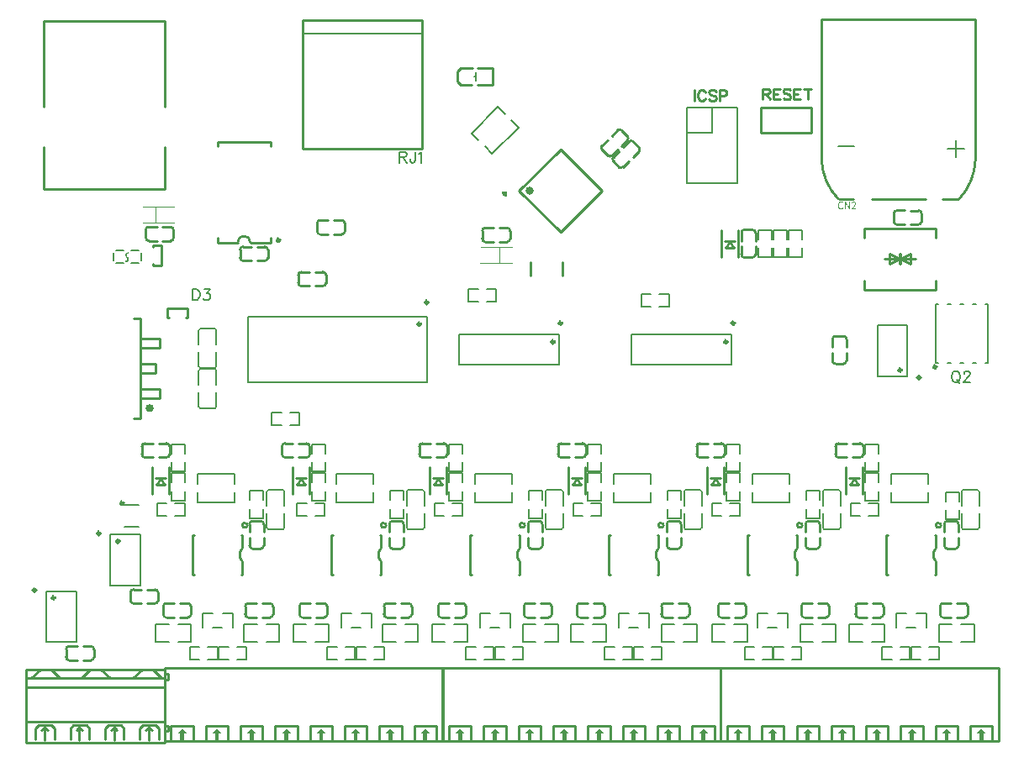
<source format=gto>
G04 Layer: TopSilkscreenLayer*
G04 EasyEDA v6.5.22, 2023-03-20 16:50:00*
G04 bf72e243e8a245ba8743e2d89751b4a0,10*
G04 Gerber Generator version 0.2*
G04 Scale: 100 percent, Rotated: No, Reflected: No *
G04 Dimensions in inches *
G04 leading zeros omitted , absolute positions ,3 integer and 6 decimal *
%FSLAX36Y36*%
%MOIN*%

%ADD10C,0.0060*%
%ADD11C,0.0100*%
%ADD12C,0.0080*%
%ADD13C,0.0050*%
%ADD14C,0.0060*%
%ADD15C,0.0079*%
%ADD16C,0.0102*%
%ADD17C,0.0080*%
%ADD18C,0.0032*%
%ADD19C,0.0157*%
%ADD20C,0.0118*%
%ADD21C,0.0157*%
%ADD22C,0.0153*%

%LPD*%
G36*
X3277140Y-636220D02*
G01*
X3274460Y-636480D01*
X3272000Y-637280D01*
X3269800Y-638560D01*
X3267919Y-640300D01*
X3266360Y-642480D01*
X3265220Y-645080D01*
X3264480Y-648060D01*
X3264240Y-651420D01*
X3264480Y-654800D01*
X3265200Y-657800D01*
X3266320Y-660400D01*
X3267840Y-662580D01*
X3269680Y-664320D01*
X3271820Y-665580D01*
X3274220Y-666360D01*
X3276840Y-666620D01*
X3279520Y-666340D01*
X3281880Y-665500D01*
X3283960Y-664180D01*
X3285740Y-662420D01*
X3283940Y-660320D01*
X3282460Y-661720D01*
X3280820Y-662760D01*
X3279020Y-663400D01*
X3277040Y-663620D01*
X3274960Y-663400D01*
X3273120Y-662760D01*
X3271520Y-661740D01*
X3270160Y-660320D01*
X3269080Y-658560D01*
X3268279Y-656440D01*
X3267799Y-654040D01*
X3267640Y-651320D01*
X3267820Y-648640D01*
X3268320Y-646260D01*
X3269140Y-644200D01*
X3270240Y-642460D01*
X3271620Y-641080D01*
X3273240Y-640060D01*
X3275100Y-639440D01*
X3277140Y-639220D01*
X3278980Y-639420D01*
X3280600Y-639980D01*
X3282020Y-640860D01*
X3283240Y-642020D01*
X3285040Y-639820D01*
X3283580Y-638500D01*
X3281760Y-637340D01*
X3279600Y-636540D01*
G37*
G36*
X3326139Y-636220D02*
G01*
X3323560Y-636540D01*
X3321340Y-637440D01*
X3319380Y-638800D01*
X3317540Y-640520D01*
X3319540Y-642420D01*
X3320840Y-641040D01*
X3322340Y-639920D01*
X3323980Y-639180D01*
X3325740Y-638920D01*
X3328220Y-639380D01*
X3329960Y-640639D01*
X3331000Y-642540D01*
X3331340Y-644920D01*
X3331139Y-646880D01*
X3330539Y-648920D01*
X3329520Y-651080D01*
X3328060Y-653360D01*
X3326160Y-655780D01*
X3323820Y-658379D01*
X3321019Y-661160D01*
X3317740Y-664120D01*
X3317740Y-666020D01*
X3335940Y-666020D01*
X3335940Y-663220D01*
X3326360Y-663240D01*
X3323900Y-663379D01*
X3322740Y-663520D01*
X3325280Y-661040D01*
X3327580Y-658600D01*
X3329580Y-656220D01*
X3331300Y-653880D01*
X3332679Y-651560D01*
X3333700Y-649280D01*
X3334320Y-647039D01*
X3334540Y-644820D01*
X3334380Y-642960D01*
X3333960Y-641280D01*
X3333240Y-639820D01*
X3332280Y-638580D01*
X3331080Y-637580D01*
X3329640Y-636840D01*
X3327980Y-636380D01*
G37*
G36*
X3291340Y-636820D02*
G01*
X3291340Y-666020D01*
X3294440Y-666020D01*
X3294400Y-647780D01*
X3294040Y-641120D01*
X3294240Y-641120D01*
X3297440Y-647120D01*
X3308440Y-666020D01*
X3311940Y-666020D01*
X3311940Y-636820D01*
X3308740Y-636820D01*
X3308780Y-654900D01*
X3309140Y-661720D01*
X3308940Y-661720D01*
X3305840Y-655720D01*
X3294740Y-636820D01*
G37*
D10*
X1525000Y-439600D02*
G01*
X1525000Y-482500D01*
X1525000Y-439600D02*
G01*
X1543400Y-439600D01*
X1549499Y-441599D01*
X1551599Y-443699D01*
X1553599Y-447800D01*
X1553599Y-451900D01*
X1551599Y-455999D01*
X1549499Y-458000D01*
X1543400Y-460000D01*
X1525000Y-460000D01*
X1539300Y-460000D02*
G01*
X1553599Y-482500D01*
X1587600Y-439600D02*
G01*
X1587600Y-472300D01*
X1585500Y-478499D01*
X1583500Y-480500D01*
X1579399Y-482500D01*
X1575299Y-482500D01*
X1571199Y-480500D01*
X1569200Y-478499D01*
X1567100Y-472300D01*
X1567100Y-468200D01*
X1601099Y-447800D02*
G01*
X1605200Y-445700D01*
X1611300Y-439600D01*
X1611300Y-482500D01*
D11*
X2694600Y-193800D02*
G01*
X2694600Y-236700D01*
X2738800Y-204000D02*
G01*
X2736700Y-199899D01*
X2732600Y-195799D01*
X2728500Y-193800D01*
X2720299Y-193800D01*
X2716300Y-195799D01*
X2712200Y-199899D01*
X2710100Y-204000D01*
X2708100Y-210100D01*
X2708100Y-220399D01*
X2710100Y-226500D01*
X2712200Y-230599D01*
X2716300Y-234699D01*
X2720299Y-236700D01*
X2728500Y-236700D01*
X2732600Y-234699D01*
X2736700Y-230599D01*
X2738800Y-226500D01*
X2780900Y-199899D02*
G01*
X2776800Y-195799D01*
X2770699Y-193800D01*
X2762500Y-193800D01*
X2756300Y-195799D01*
X2752299Y-199899D01*
X2752299Y-204000D01*
X2754300Y-208099D01*
X2756300Y-210100D01*
X2760399Y-212199D01*
X2772700Y-216300D01*
X2776800Y-218299D01*
X2778800Y-220399D01*
X2780900Y-224400D01*
X2780900Y-230599D01*
X2776800Y-234699D01*
X2770699Y-236700D01*
X2762500Y-236700D01*
X2756300Y-234699D01*
X2752299Y-230599D01*
X2794399Y-193800D02*
G01*
X2794399Y-236700D01*
X2794399Y-193800D02*
G01*
X2812799Y-193800D01*
X2818900Y-195799D01*
X2821000Y-197899D01*
X2823000Y-201900D01*
X2823000Y-208099D01*
X2821000Y-212199D01*
X2818900Y-214200D01*
X2812799Y-216300D01*
X2794399Y-216300D01*
D10*
X3727291Y-1309598D02*
G01*
X3723191Y-1311597D01*
X3719092Y-1315698D01*
X3716992Y-1319798D01*
X3714992Y-1325997D01*
X3714992Y-1336197D01*
X3716992Y-1342298D01*
X3719092Y-1346397D01*
X3723191Y-1350497D01*
X3727291Y-1352498D01*
X3735492Y-1352498D01*
X3739492Y-1350497D01*
X3743591Y-1346397D01*
X3745691Y-1342298D01*
X3747691Y-1336197D01*
X3747691Y-1325997D01*
X3745691Y-1319798D01*
X3743591Y-1315698D01*
X3739492Y-1311597D01*
X3735492Y-1309598D01*
X3727291Y-1309598D01*
X3733392Y-1344398D02*
G01*
X3745691Y-1356597D01*
X3763292Y-1319798D02*
G01*
X3763292Y-1317797D01*
X3765291Y-1313697D01*
X3767392Y-1311597D01*
X3771491Y-1309598D01*
X3779592Y-1309598D01*
X3783692Y-1311597D01*
X3785792Y-1313697D01*
X3787791Y-1317797D01*
X3787791Y-1321898D01*
X3785792Y-1325997D01*
X3781692Y-1332098D01*
X3761192Y-1352498D01*
X3789892Y-1352498D01*
D12*
X3263926Y-417856D02*
G01*
X3329426Y-417856D01*
X3731625Y-395156D02*
G01*
X3731625Y-460556D01*
X3698926Y-427856D02*
G01*
X3764426Y-427856D01*
D11*
X2965164Y-189108D02*
G01*
X2965164Y-232107D01*
X2965164Y-189108D02*
G01*
X2983563Y-189108D01*
X2989763Y-191208D01*
X2991764Y-193207D01*
X2993864Y-197307D01*
X2993864Y-201408D01*
X2991764Y-205507D01*
X2989763Y-207507D01*
X2983563Y-209607D01*
X2965164Y-209607D01*
X2979564Y-209607D02*
G01*
X2993864Y-232107D01*
X3007363Y-189108D02*
G01*
X3007363Y-232107D01*
X3007363Y-189108D02*
G01*
X3033963Y-189108D01*
X3007363Y-209607D02*
G01*
X3023663Y-209607D01*
X3007363Y-232107D02*
G01*
X3033963Y-232107D01*
X3076063Y-195207D02*
G01*
X3071963Y-191208D01*
X3065864Y-189108D01*
X3057664Y-189108D01*
X3051563Y-191208D01*
X3047464Y-195207D01*
X3047464Y-199308D01*
X3049463Y-203407D01*
X3051563Y-205507D01*
X3055564Y-207507D01*
X3067863Y-211608D01*
X3071963Y-213708D01*
X3074063Y-215707D01*
X3076063Y-219807D01*
X3076063Y-225907D01*
X3071963Y-230007D01*
X3065864Y-232107D01*
X3057664Y-232107D01*
X3051563Y-230007D01*
X3047464Y-225907D01*
X3089564Y-189108D02*
G01*
X3089564Y-232107D01*
X3089564Y-189108D02*
G01*
X3116163Y-189108D01*
X3089564Y-209607D02*
G01*
X3105964Y-209607D01*
X3089564Y-232107D02*
G01*
X3116163Y-232107D01*
X3143963Y-189108D02*
G01*
X3143963Y-232107D01*
X3129664Y-189108D02*
G01*
X3158263Y-189108D01*
D10*
X705000Y-984895D02*
G01*
X705000Y-1027795D01*
X705000Y-984895D02*
G01*
X719299Y-984895D01*
X725500Y-986894D01*
X729499Y-990994D01*
X731599Y-995095D01*
X733600Y-1001295D01*
X733600Y-1011494D01*
X731599Y-1017595D01*
X729499Y-1021694D01*
X725500Y-1025794D01*
X719299Y-1027795D01*
X705000Y-1027795D01*
X751199Y-984895D02*
G01*
X773699Y-984895D01*
X761499Y-1001295D01*
X767600Y-1001295D01*
X771700Y-1003294D01*
X773699Y-1005295D01*
X775799Y-1011494D01*
X775799Y-1015594D01*
X773699Y-1021694D01*
X769600Y-1025794D01*
X763500Y-1027795D01*
X757399Y-1027795D01*
X751199Y-1025794D01*
X749200Y-1023795D01*
X747100Y-1019695D01*
G36*
X3005899Y-2726380D02*
G01*
X2986220Y-2746060D01*
X2998020Y-2746060D01*
X2998020Y-2777559D01*
X3013780Y-2777559D01*
X3013780Y-2746060D01*
X3025580Y-2746060D01*
G37*
G36*
X2868100Y-2726380D02*
G01*
X2848420Y-2746060D01*
X2860220Y-2746060D01*
X2860220Y-2777559D01*
X2875980Y-2777559D01*
X2875980Y-2746060D01*
X2887780Y-2746060D01*
G37*
G36*
X3143680Y-2726380D02*
G01*
X3124000Y-2746060D01*
X3135820Y-2746060D01*
X3135820Y-2777559D01*
X3151560Y-2777559D01*
X3151560Y-2746060D01*
X3163380Y-2746060D01*
G37*
G36*
X3281480Y-2726380D02*
G01*
X3261800Y-2746060D01*
X3273620Y-2746060D01*
X3273620Y-2777559D01*
X3289360Y-2777559D01*
X3289360Y-2746060D01*
X3301180Y-2746060D01*
G37*
G36*
X3419280Y-2726380D02*
G01*
X3399600Y-2746060D01*
X3411400Y-2746060D01*
X3411400Y-2777559D01*
X3427160Y-2777559D01*
X3427160Y-2746060D01*
X3438960Y-2746060D01*
G37*
G36*
X3832300Y-2726380D02*
G01*
X3812600Y-2746060D01*
X3824420Y-2746060D01*
X3824420Y-2777559D01*
X3840160Y-2777559D01*
X3840160Y-2746060D01*
X3851980Y-2746060D01*
G37*
G36*
X3694500Y-2726380D02*
G01*
X3674820Y-2746060D01*
X3686620Y-2746060D01*
X3686620Y-2777559D01*
X3702380Y-2777559D01*
X3702380Y-2746060D01*
X3714180Y-2746060D01*
G37*
G36*
X3556700Y-2726380D02*
G01*
X3537020Y-2746060D01*
X3548820Y-2746060D01*
X3548820Y-2777559D01*
X3564580Y-2777559D01*
X3564580Y-2746060D01*
X3576380Y-2746060D01*
G37*
G36*
X2868120Y-2726380D02*
G01*
X2848420Y-2746060D01*
X2860240Y-2746060D01*
X2860240Y-2777559D01*
X2875980Y-2777559D01*
X2875980Y-2746060D01*
X2887799Y-2746060D01*
G37*
G36*
X1903540Y-2726380D02*
G01*
X1883860Y-2746060D01*
X1895660Y-2746060D01*
X1895660Y-2777559D01*
X1911420Y-2777559D01*
X1911420Y-2746060D01*
X1923220Y-2746060D01*
G37*
G36*
X1765740Y-2726380D02*
G01*
X1746060Y-2746060D01*
X1757860Y-2746060D01*
X1757860Y-2777559D01*
X1773620Y-2777559D01*
X1773620Y-2746060D01*
X1785420Y-2746060D01*
G37*
G36*
X2041320Y-2726380D02*
G01*
X2021639Y-2746060D01*
X2033460Y-2746060D01*
X2033460Y-2777559D01*
X2049199Y-2777559D01*
X2049199Y-2746060D01*
X2061020Y-2746060D01*
G37*
G36*
X2179120Y-2726380D02*
G01*
X2159440Y-2746060D01*
X2171260Y-2746060D01*
X2171260Y-2777559D01*
X2187000Y-2777559D01*
X2187000Y-2746060D01*
X2198820Y-2746060D01*
G37*
G36*
X2316920Y-2726380D02*
G01*
X2297240Y-2746060D01*
X2309040Y-2746060D01*
X2309040Y-2777559D01*
X2324800Y-2777559D01*
X2324800Y-2746060D01*
X2336600Y-2746060D01*
G37*
G36*
X2729940Y-2726380D02*
G01*
X2710240Y-2746060D01*
X2722060Y-2746060D01*
X2722060Y-2777559D01*
X2737799Y-2777559D01*
X2737799Y-2746060D01*
X2749620Y-2746060D01*
G37*
G36*
X2592140Y-2726380D02*
G01*
X2572460Y-2746060D01*
X2584260Y-2746060D01*
X2584260Y-2777559D01*
X2600020Y-2777559D01*
X2600020Y-2746060D01*
X2611820Y-2746060D01*
G37*
G36*
X2454340Y-2726380D02*
G01*
X2434660Y-2746060D01*
X2446460Y-2746060D01*
X2446460Y-2777559D01*
X2462220Y-2777559D01*
X2462220Y-2746060D01*
X2474020Y-2746060D01*
G37*
G36*
X1765760Y-2726380D02*
G01*
X1746060Y-2746060D01*
X1757880Y-2746060D01*
X1757880Y-2777559D01*
X1773620Y-2777559D01*
X1773620Y-2746060D01*
X1785440Y-2746060D01*
G37*
G36*
X801180Y-2726380D02*
G01*
X781500Y-2746060D01*
X793300Y-2746060D01*
X793300Y-2777559D01*
X809060Y-2777559D01*
X809060Y-2746060D01*
X820860Y-2746060D01*
G37*
G36*
X663379Y-2726380D02*
G01*
X643700Y-2746060D01*
X655500Y-2746060D01*
X655500Y-2777559D01*
X671260Y-2777559D01*
X671260Y-2746060D01*
X683060Y-2746060D01*
G37*
G36*
X938960Y-2726380D02*
G01*
X919280Y-2746060D01*
X931100Y-2746060D01*
X931100Y-2777559D01*
X946840Y-2777559D01*
X946840Y-2746060D01*
X958660Y-2746060D01*
G37*
G36*
X1076760Y-2726380D02*
G01*
X1057080Y-2746060D01*
X1068900Y-2746060D01*
X1068900Y-2777559D01*
X1084640Y-2777559D01*
X1084640Y-2746060D01*
X1096460Y-2746060D01*
G37*
G36*
X1214560Y-2726380D02*
G01*
X1194880Y-2746060D01*
X1206680Y-2746060D01*
X1206680Y-2777559D01*
X1222440Y-2777559D01*
X1222440Y-2746060D01*
X1234240Y-2746060D01*
G37*
G36*
X1627580Y-2726380D02*
G01*
X1607880Y-2746060D01*
X1619700Y-2746060D01*
X1619700Y-2777559D01*
X1635440Y-2777559D01*
X1635440Y-2746060D01*
X1647260Y-2746060D01*
G37*
G36*
X1489780Y-2726380D02*
G01*
X1470100Y-2746060D01*
X1481900Y-2746060D01*
X1481900Y-2777559D01*
X1497660Y-2777559D01*
X1497660Y-2746060D01*
X1509460Y-2746060D01*
G37*
G36*
X1351980Y-2726380D02*
G01*
X1332300Y-2746060D01*
X1344120Y-2746060D01*
X1344120Y-2777559D01*
X1359860Y-2777559D01*
X1359860Y-2746060D01*
X1371660Y-2746060D01*
G37*
G36*
X663400Y-2726380D02*
G01*
X643700Y-2746060D01*
X655520Y-2746060D01*
X655520Y-2777559D01*
X671260Y-2777559D01*
X671260Y-2746060D01*
X683080Y-2746060D01*
G37*
D11*
X3485267Y-715738D02*
G01*
X3485267Y-684241D01*
X3528959Y-727937D02*
G01*
X3497464Y-727937D01*
X3528959Y-672044D02*
G01*
X3497464Y-672044D01*
X3551631Y-728166D02*
G01*
X3583127Y-728166D01*
X3595325Y-715967D02*
G01*
X3595325Y-684472D01*
X3551631Y-672276D02*
G01*
X3583127Y-672276D01*
X1614189Y-428535D02*
G01*
X1141750Y-428535D01*
X1141750Y83274D01*
X1614189Y83274D01*
X1614189Y-428535D01*
D13*
X1141750Y30875D02*
G01*
X1614189Y30875D01*
D12*
X2663937Y-563818D02*
G01*
X2863937Y-563818D01*
X2863937Y-263818D01*
X2663937Y-263818D01*
X2663937Y-563818D01*
X2663937Y-372148D01*
X2764032Y-263818D02*
G01*
X2764032Y-363818D01*
X2663937Y-363818D01*
D14*
X3848895Y-1044841D02*
G01*
X3857353Y-1044841D01*
X3798895Y-1044841D02*
G01*
X3811089Y-1044841D01*
X3748895Y-1044841D02*
G01*
X3761089Y-1044841D01*
X3698895Y-1044841D02*
G01*
X3711089Y-1044841D01*
X3661089Y-1277125D02*
G01*
X3652629Y-1277125D01*
X3652629Y-1044841D01*
X3661089Y-1044841D01*
X3711089Y-1277125D02*
G01*
X3698895Y-1277125D01*
X3761089Y-1277125D02*
G01*
X3748895Y-1277125D01*
X3811089Y-1277125D02*
G01*
X3798895Y-1277125D01*
X3857353Y-1044841D02*
G01*
X3857353Y-1277125D01*
X3848895Y-1277125D01*
D11*
X3198809Y85257D02*
G01*
X3198809Y-472435D01*
X3809043Y85257D02*
G01*
X3809043Y-472435D01*
X3198809Y85257D02*
G01*
X3809043Y85257D01*
X3325045Y-626345D02*
G01*
X3267957Y-626044D01*
X3611733Y-627851D02*
G01*
X3398563Y-626732D01*
X3742586Y-628539D02*
G01*
X3678779Y-628204D01*
X3158937Y-363818D02*
G01*
X2958937Y-363818D01*
X2958937Y-263818D01*
X3158937Y-263818D01*
X3158937Y-363818D01*
X3698199Y-1904092D02*
G01*
X3729696Y-1904092D01*
X3686000Y-1947784D02*
G01*
X3686000Y-1916289D01*
X3741891Y-1947784D02*
G01*
X3741891Y-1916289D01*
X3685771Y-1970457D02*
G01*
X3685771Y-2001952D01*
X3697969Y-2014151D02*
G01*
X3729463Y-2014151D01*
X3741661Y-1970457D02*
G01*
X3741661Y-2001952D01*
X3148199Y-1904092D02*
G01*
X3179696Y-1904092D01*
X3136000Y-1947784D02*
G01*
X3136000Y-1916289D01*
X3191891Y-1947784D02*
G01*
X3191891Y-1916289D01*
X3135771Y-1970457D02*
G01*
X3135771Y-2001952D01*
X3147969Y-2014151D02*
G01*
X3179463Y-2014151D01*
X3191661Y-1970457D02*
G01*
X3191661Y-2001952D01*
D15*
X2375333Y-1756100D02*
G01*
X2375333Y-1716739D01*
X2522573Y-1716729D01*
X2522573Y-1757680D01*
X2522557Y-1791532D02*
G01*
X2522557Y-1831682D01*
X2375317Y-1831693D01*
X2375317Y-1790736D01*
X1825333Y-1756100D02*
G01*
X1825333Y-1716739D01*
X1972573Y-1716729D01*
X1972573Y-1757680D01*
X1972557Y-1791532D02*
G01*
X1972557Y-1831682D01*
X1825317Y-1831693D01*
X1825317Y-1790736D01*
X1275333Y-1756100D02*
G01*
X1275333Y-1716739D01*
X1422573Y-1716729D01*
X1422573Y-1757680D01*
X1422557Y-1791532D02*
G01*
X1422557Y-1831682D01*
X1275317Y-1831693D01*
X1275317Y-1790736D01*
X725333Y-1756100D02*
G01*
X725333Y-1716739D01*
X872573Y-1716729D01*
X872573Y-1757680D01*
X872557Y-1791532D02*
G01*
X872557Y-1831682D01*
X725318Y-1831693D01*
X725318Y-1790736D01*
X2925333Y-1756100D02*
G01*
X2925333Y-1716739D01*
X3072573Y-1716729D01*
X3072573Y-1757680D01*
X3072557Y-1791532D02*
G01*
X3072557Y-1831682D01*
X2925317Y-1831693D01*
X2925317Y-1790736D01*
D11*
X2171927Y-929407D02*
G01*
X2171927Y-878227D01*
X2045947Y-878227D02*
G01*
X2045947Y-929407D01*
X595129Y-261648D02*
G01*
X595129Y81064D01*
X113530Y-261648D02*
G01*
X113530Y81064D01*
D16*
X595129Y81064D02*
G01*
X113530Y81064D01*
X113530Y-588236D02*
G01*
X595129Y-588236D01*
D11*
X113530Y-588236D02*
G01*
X113530Y-419848D01*
X595129Y-588236D02*
G01*
X595129Y-419848D01*
X496057Y-2769679D02*
G01*
X496057Y-2726379D01*
X507856Y-2714479D01*
X555055Y-2714479D01*
X559058Y-2714479D01*
X570857Y-2726379D01*
X570857Y-2769679D01*
X531489Y-2722433D02*
G01*
X531489Y-2773615D01*
X531491Y-2722433D02*
G01*
X543301Y-2734245D01*
X531489Y-2722433D02*
G01*
X519677Y-2734245D01*
X358267Y-2769679D02*
G01*
X358267Y-2726379D01*
X370066Y-2714479D01*
X417265Y-2714479D01*
X421268Y-2714479D01*
X433067Y-2726379D01*
X433067Y-2769679D01*
X393699Y-2722433D02*
G01*
X393699Y-2773615D01*
X393701Y-2722433D02*
G01*
X405511Y-2734245D01*
X393699Y-2722433D02*
G01*
X381887Y-2734245D01*
X220466Y-2769679D02*
G01*
X220466Y-2726379D01*
X232267Y-2714479D01*
X279466Y-2714479D01*
X283467Y-2714479D01*
X295266Y-2726379D01*
X295266Y-2769679D01*
X255898Y-2722433D02*
G01*
X255898Y-2773615D01*
X255902Y-2722433D02*
G01*
X267710Y-2734245D01*
X255898Y-2722433D02*
G01*
X244088Y-2734245D01*
X82676Y-2769679D02*
G01*
X82676Y-2726379D01*
X94477Y-2714479D01*
X141676Y-2714479D01*
X145677Y-2714479D01*
X157476Y-2726379D01*
X157476Y-2769679D01*
X118110Y-2722435D02*
G01*
X118110Y-2773616D01*
X118110Y-2722435D02*
G01*
X118110Y-2722435D01*
X129922Y-2734245D01*
X118110Y-2722435D02*
G01*
X106298Y-2734245D01*
X594488Y-2492120D02*
G01*
X594488Y-2783458D01*
X594488Y-2715889D02*
G01*
X608269Y-2715889D01*
X608269Y-2715889D02*
G01*
X608269Y-2737944D01*
X594488Y-2737944D01*
X608269Y-2511404D02*
G01*
X608269Y-2533458D01*
X594488Y-2533458D01*
X594488Y-2511404D02*
G01*
X608269Y-2511404D01*
X43306Y-2700403D02*
G01*
X594488Y-2700403D01*
X547269Y-2492204D02*
G01*
X547269Y-2494113D01*
X581554Y-2528400D01*
X503697Y-2492204D02*
G01*
X503697Y-2492685D01*
X467982Y-2528400D01*
X342545Y-2492204D02*
G01*
X342545Y-2494113D01*
X376828Y-2528400D01*
X298973Y-2492204D02*
G01*
X298973Y-2492685D01*
X263256Y-2528400D01*
X143519Y-2492120D02*
G01*
X143519Y-2494027D01*
X177804Y-2528314D01*
X99947Y-2492120D02*
G01*
X99947Y-2492599D01*
X64232Y-2528314D01*
X43306Y-2528314D02*
G01*
X594488Y-2528314D01*
X43306Y-2565351D02*
G01*
X594488Y-2565351D01*
X43306Y-2783458D02*
G01*
X594488Y-2783458D01*
X43306Y-2492120D02*
G01*
X43306Y-2783458D01*
X43306Y-2492120D02*
G01*
X594488Y-2492120D01*
X499481Y-1416918D02*
G01*
X574281Y-1416918D01*
X499481Y-1381518D02*
G01*
X574281Y-1381518D01*
X574281Y-1416918D01*
X499481Y-1281518D02*
G01*
X558481Y-1281518D01*
X558481Y-1316918D01*
X499481Y-1316918D01*
X499481Y-1181518D02*
G01*
X574281Y-1181518D01*
X574281Y-1216918D01*
X499481Y-1216918D01*
X471880Y-1101918D02*
G01*
X499481Y-1101918D01*
X499481Y-1495718D01*
X471880Y-1495718D01*
X1013937Y-798818D02*
G01*
X934291Y-798818D01*
X803937Y-798818D02*
G01*
X883937Y-798818D01*
X1013937Y-416212D02*
G01*
X1013937Y-398818D01*
X1013937Y-798818D02*
G01*
X1013937Y-781422D01*
X803937Y-398818D02*
G01*
X1013937Y-398818D01*
X803937Y-416212D02*
G01*
X803937Y-398818D01*
X803937Y-798818D02*
G01*
X803937Y-781422D01*
X2163584Y-429218D02*
G01*
X1999337Y-593463D01*
X2163584Y-757710D01*
X2327830Y-593463D01*
X2163584Y-429218D01*
D10*
X1634300Y-1093054D02*
G01*
X1634300Y-1354582D01*
X923576Y-1354582D01*
X923576Y-1093054D01*
X1634300Y-1093054D01*
D11*
X2824440Y-2777555D02*
G01*
X2824440Y-2718497D01*
X2911813Y-2718497D01*
X2911813Y-2777555D01*
X2799206Y-2486215D02*
G01*
X2799206Y-2777552D01*
X3901171Y-2777552D01*
X3901174Y-2486215D01*
X2799600Y-2486215D01*
X3788622Y-2777568D02*
G01*
X3788622Y-2718510D01*
X3875995Y-2718510D01*
X3875995Y-2777568D01*
X3650833Y-2777568D02*
G01*
X3650833Y-2718510D01*
X3738204Y-2718510D01*
X3738204Y-2777568D01*
X3513031Y-2777568D02*
G01*
X3513031Y-2718510D01*
X3600405Y-2718510D01*
X3600405Y-2777568D01*
X3375607Y-2777552D02*
G01*
X3375607Y-2718497D01*
X3462979Y-2718497D01*
X3462979Y-2777552D01*
X3237816Y-2777552D02*
G01*
X3237816Y-2718497D01*
X3325190Y-2718497D01*
X3325190Y-2777552D01*
X3100016Y-2777552D02*
G01*
X3100016Y-2718497D01*
X3187389Y-2718497D01*
X3187389Y-2777552D01*
X2962226Y-2777552D02*
G01*
X2962226Y-2718497D01*
X3049598Y-2718497D01*
X3049598Y-2777552D01*
X1722079Y-2777555D02*
G01*
X1722079Y-2718497D01*
X1809453Y-2718497D01*
X1809453Y-2777555D01*
X1696846Y-2486215D02*
G01*
X1696846Y-2777552D01*
X2798811Y-2777552D01*
X2798814Y-2486215D01*
X1697240Y-2486215D01*
X2686262Y-2777568D02*
G01*
X2686262Y-2718510D01*
X2773635Y-2718510D01*
X2773635Y-2777568D01*
X2548473Y-2777568D02*
G01*
X2548473Y-2718510D01*
X2635844Y-2718510D01*
X2635844Y-2777568D01*
X2410671Y-2777568D02*
G01*
X2410671Y-2718510D01*
X2498045Y-2718510D01*
X2498045Y-2777568D01*
X2273247Y-2777552D02*
G01*
X2273247Y-2718497D01*
X2360619Y-2718497D01*
X2360619Y-2777552D01*
X2135456Y-2777552D02*
G01*
X2135456Y-2718497D01*
X2222830Y-2718497D01*
X2222830Y-2777552D01*
X1997656Y-2777552D02*
G01*
X1997656Y-2718497D01*
X2085029Y-2718497D01*
X2085029Y-2777552D01*
X1859866Y-2777552D02*
G01*
X1859866Y-2718497D01*
X1947238Y-2718497D01*
X1947238Y-2777552D01*
X619720Y-2777555D02*
G01*
X619720Y-2718497D01*
X707092Y-2718497D01*
X707092Y-2777555D01*
X594486Y-2486215D02*
G01*
X594486Y-2777552D01*
X1696451Y-2777552D01*
X1696454Y-2486215D01*
X594879Y-2486215D01*
X1583903Y-2777568D02*
G01*
X1583903Y-2718510D01*
X1671274Y-2718510D01*
X1671274Y-2777568D01*
X1446112Y-2777568D02*
G01*
X1446112Y-2718510D01*
X1533485Y-2718510D01*
X1533485Y-2777568D01*
X1308311Y-2777568D02*
G01*
X1308311Y-2718510D01*
X1395685Y-2718510D01*
X1395685Y-2777568D01*
X1170887Y-2777552D02*
G01*
X1170887Y-2718497D01*
X1258260Y-2718497D01*
X1258260Y-2777552D01*
X1033096Y-2777552D02*
G01*
X1033096Y-2718497D01*
X1120469Y-2718497D01*
X1120469Y-2777552D01*
X895297Y-2777552D02*
G01*
X895297Y-2718497D01*
X982669Y-2718497D01*
X982669Y-2777552D01*
X757505Y-2777552D02*
G01*
X757505Y-2718497D01*
X844879Y-2718497D01*
X844879Y-2777552D01*
D10*
X2841819Y-1163919D02*
G01*
X2841819Y-1283715D01*
X2446055Y-1283715D01*
X2446055Y-1163919D01*
X2841819Y-1163919D01*
X2156819Y-1163919D02*
G01*
X2156819Y-1283715D01*
X1761055Y-1283715D01*
X1761055Y-1163919D01*
X2156819Y-1163919D01*
X3539892Y-1331422D02*
G01*
X3420096Y-1331422D01*
X3420096Y-1128573D01*
X3539892Y-1128573D01*
X3539892Y-1331422D01*
X379039Y-1957393D02*
G01*
X498836Y-1957393D01*
X498836Y-2160243D01*
X379039Y-2160243D01*
X379039Y-1957393D01*
X124039Y-2182393D02*
G01*
X243836Y-2182393D01*
X243836Y-2385243D01*
X124039Y-2385243D01*
X124039Y-2182393D01*
D11*
X3460194Y-1962046D02*
G01*
X3455513Y-1962046D01*
X3652938Y-1962046D02*
G01*
X3647682Y-1962046D01*
X3460194Y-2115590D02*
G01*
X3455513Y-2115590D01*
X3652938Y-2115590D02*
G01*
X3647682Y-2115590D01*
X3652938Y-2065817D02*
G01*
X3652938Y-2115590D01*
X3652938Y-1962046D02*
G01*
X3652938Y-2011817D01*
X3455513Y-2115590D02*
G01*
X3455513Y-1962046D01*
X2910194Y-1962046D02*
G01*
X2905513Y-1962046D01*
X3102938Y-1962046D02*
G01*
X3097682Y-1962046D01*
X2910194Y-2115590D02*
G01*
X2905513Y-2115590D01*
X3102938Y-2115590D02*
G01*
X3097682Y-2115590D01*
X3102938Y-2065817D02*
G01*
X3102938Y-2115590D01*
X3102938Y-1962046D02*
G01*
X3102938Y-2011817D01*
X2905513Y-2115590D02*
G01*
X2905513Y-1962046D01*
X2360194Y-1962046D02*
G01*
X2355513Y-1962046D01*
X2552938Y-1962046D02*
G01*
X2547682Y-1962046D01*
X2360194Y-2115590D02*
G01*
X2355513Y-2115590D01*
X2552938Y-2115590D02*
G01*
X2547682Y-2115590D01*
X2552938Y-2065817D02*
G01*
X2552938Y-2115590D01*
X2552938Y-1962046D02*
G01*
X2552938Y-2011817D01*
X2355513Y-2115590D02*
G01*
X2355513Y-1962046D01*
X1810194Y-1962046D02*
G01*
X1805513Y-1962046D01*
X2002938Y-1962046D02*
G01*
X1997682Y-1962046D01*
X1810194Y-2115590D02*
G01*
X1805513Y-2115590D01*
X2002938Y-2115590D02*
G01*
X1997682Y-2115590D01*
X2002938Y-2065817D02*
G01*
X2002938Y-2115590D01*
X2002938Y-1962046D02*
G01*
X2002938Y-2011817D01*
X1805513Y-2115590D02*
G01*
X1805513Y-1962046D01*
X1260194Y-1962046D02*
G01*
X1255513Y-1962046D01*
X1452938Y-1962046D02*
G01*
X1447682Y-1962046D01*
X1260194Y-2115590D02*
G01*
X1255513Y-2115590D01*
X1452938Y-2115590D02*
G01*
X1447682Y-2115590D01*
X1452938Y-2065817D02*
G01*
X1452938Y-2115590D01*
X1452938Y-1962046D02*
G01*
X1452938Y-2011817D01*
X1255513Y-2115590D02*
G01*
X1255513Y-1962046D01*
X710194Y-1962046D02*
G01*
X705513Y-1962046D01*
X902938Y-1962046D02*
G01*
X897682Y-1962046D01*
X710194Y-2115590D02*
G01*
X705513Y-2115590D01*
X902938Y-2115590D02*
G01*
X897682Y-2115590D01*
X902938Y-2065817D02*
G01*
X902938Y-2115590D01*
X902938Y-1962046D02*
G01*
X902938Y-2011817D01*
X705513Y-2115590D02*
G01*
X705513Y-1962046D01*
D15*
X3475333Y-1756100D02*
G01*
X3475333Y-1716739D01*
X3622573Y-1716729D01*
X3622573Y-1757680D01*
X3622557Y-1791532D02*
G01*
X3622557Y-1831682D01*
X3475317Y-1831693D01*
X3475317Y-1790736D01*
X1839363Y-393337D02*
G01*
X1811531Y-365504D01*
X1915637Y-261383D01*
X1944594Y-290338D01*
X1968522Y-314286D02*
G01*
X1996912Y-342678D01*
X1892804Y-446799D01*
X1863843Y-417838D01*
D10*
X3202686Y-2384924D02*
G01*
X3253274Y-2384924D01*
X3253274Y-2312712D01*
X3202686Y-2312712D01*
X3165190Y-2384924D02*
G01*
X3114602Y-2384924D01*
X3114602Y-2312712D01*
X3165190Y-2312712D01*
X2852686Y-2384924D02*
G01*
X2903274Y-2384924D01*
X2903274Y-2312712D01*
X2852686Y-2312712D01*
X2815190Y-2384924D02*
G01*
X2764602Y-2384924D01*
X2764602Y-2312712D01*
X2815190Y-2312712D01*
X3397686Y-2384924D02*
G01*
X3448274Y-2384924D01*
X3448274Y-2312712D01*
X3397686Y-2312712D01*
X3360190Y-2384924D02*
G01*
X3309602Y-2384924D01*
X3309602Y-2312712D01*
X3360190Y-2312712D01*
X3752686Y-2384924D02*
G01*
X3803274Y-2384924D01*
X3803274Y-2312712D01*
X3752686Y-2312712D01*
X3715190Y-2384924D02*
G01*
X3664602Y-2384924D01*
X3664602Y-2312712D01*
X3715190Y-2312712D01*
X2652686Y-2384924D02*
G01*
X2703274Y-2384924D01*
X2703274Y-2312712D01*
X2652686Y-2312712D01*
X2615190Y-2384924D02*
G01*
X2564602Y-2384924D01*
X2564602Y-2312712D01*
X2615190Y-2312712D01*
X2292686Y-2384924D02*
G01*
X2343274Y-2384924D01*
X2343274Y-2312712D01*
X2292686Y-2312712D01*
X2255190Y-2384924D02*
G01*
X2204602Y-2384924D01*
X2204602Y-2312712D01*
X2255190Y-2312712D01*
X2102686Y-2384924D02*
G01*
X2153274Y-2384924D01*
X2153274Y-2312712D01*
X2102686Y-2312712D01*
X2065190Y-2384924D02*
G01*
X2014602Y-2384924D01*
X2014602Y-2312712D01*
X2065190Y-2312712D01*
X1742686Y-2384924D02*
G01*
X1793274Y-2384924D01*
X1793274Y-2312712D01*
X1742686Y-2312712D01*
X1705190Y-2384924D02*
G01*
X1654602Y-2384924D01*
X1654602Y-2312712D01*
X1705190Y-2312712D01*
X1547686Y-2384924D02*
G01*
X1598274Y-2384924D01*
X1598274Y-2312712D01*
X1547686Y-2312712D01*
X1510190Y-2384924D02*
G01*
X1459602Y-2384924D01*
X1459602Y-2312712D01*
X1510190Y-2312712D01*
X1192686Y-2384924D02*
G01*
X1243274Y-2384924D01*
X1243274Y-2312712D01*
X1192686Y-2312712D01*
X1155190Y-2384924D02*
G01*
X1104602Y-2384924D01*
X1104602Y-2312712D01*
X1155190Y-2312712D01*
X647685Y-2384924D02*
G01*
X698274Y-2384924D01*
X698274Y-2312712D01*
X647685Y-2312712D01*
X610189Y-2384924D02*
G01*
X559601Y-2384924D01*
X559601Y-2312712D01*
X610189Y-2312712D01*
X997686Y-2384924D02*
G01*
X1048274Y-2384924D01*
X1048274Y-2312712D01*
X997686Y-2312712D01*
X960190Y-2384924D02*
G01*
X909602Y-2384924D01*
X909602Y-2312712D01*
X960190Y-2312712D01*
X3137929Y-1855598D02*
G01*
X3137929Y-1893348D01*
X3189946Y-1893348D01*
X3189946Y-1855598D01*
X3137929Y-1822037D02*
G01*
X3137929Y-1784286D01*
X3189946Y-1784286D01*
X3189946Y-1822037D01*
X3692929Y-1860598D02*
G01*
X3692929Y-1898348D01*
X3744946Y-1898348D01*
X3744946Y-1860598D01*
X3692929Y-1827037D02*
G01*
X3692929Y-1789286D01*
X3744946Y-1789286D01*
X3744946Y-1827037D01*
X3625717Y-2454825D02*
G01*
X3663468Y-2454825D01*
X3663468Y-2402809D01*
X3625717Y-2402809D01*
X3592157Y-2454825D02*
G01*
X3554407Y-2454825D01*
X3554407Y-2402809D01*
X3592157Y-2402809D01*
X3477157Y-2402809D02*
G01*
X3439407Y-2402809D01*
X3439407Y-2454825D01*
X3477157Y-2454825D01*
X3510717Y-2402809D02*
G01*
X3548468Y-2402809D01*
X3548468Y-2454825D01*
X3510717Y-2454825D01*
X3080717Y-2454825D02*
G01*
X3118468Y-2454825D01*
X3118468Y-2402809D01*
X3080717Y-2402809D01*
X3047157Y-2454825D02*
G01*
X3009407Y-2454825D01*
X3009407Y-2402809D01*
X3047157Y-2402809D01*
X2932157Y-2402809D02*
G01*
X2894407Y-2402809D01*
X2894407Y-2454825D01*
X2932157Y-2454825D01*
X2965717Y-2402809D02*
G01*
X3003468Y-2402809D01*
X3003468Y-2454825D01*
X2965717Y-2454825D01*
X2587929Y-1855598D02*
G01*
X2587929Y-1893348D01*
X2639946Y-1893348D01*
X2639946Y-1855598D01*
X2587929Y-1822037D02*
G01*
X2587929Y-1784286D01*
X2639946Y-1784286D01*
X2639946Y-1822037D01*
X2037929Y-1855598D02*
G01*
X2037929Y-1893348D01*
X2089946Y-1893348D01*
X2089946Y-1855598D01*
X2037929Y-1822037D02*
G01*
X2037929Y-1784286D01*
X2089946Y-1784286D01*
X2089946Y-1822037D01*
X1487929Y-1855598D02*
G01*
X1487929Y-1893348D01*
X1539946Y-1893348D01*
X1539946Y-1855598D01*
X1487929Y-1822037D02*
G01*
X1487929Y-1784286D01*
X1539946Y-1784286D01*
X1539946Y-1822037D01*
X932929Y-1855598D02*
G01*
X932929Y-1893348D01*
X984945Y-1893348D01*
X984945Y-1855598D01*
X932929Y-1822037D02*
G01*
X932929Y-1784286D01*
X984945Y-1784286D01*
X984945Y-1822037D01*
X1090717Y-1524825D02*
G01*
X1128468Y-1524825D01*
X1128468Y-1472809D01*
X1090717Y-1472809D01*
X1057157Y-1524825D02*
G01*
X1019407Y-1524825D01*
X1019407Y-1472809D01*
X1057157Y-1472809D01*
X2377157Y-2402809D02*
G01*
X2339407Y-2402809D01*
X2339407Y-2454825D01*
X2377157Y-2454825D01*
X2410717Y-2402809D02*
G01*
X2448468Y-2402809D01*
X2448468Y-2454825D01*
X2410717Y-2454825D01*
X2525717Y-2454825D02*
G01*
X2563468Y-2454825D01*
X2563468Y-2402809D01*
X2525717Y-2402809D01*
X2492157Y-2454825D02*
G01*
X2454407Y-2454825D01*
X2454407Y-2402809D01*
X2492157Y-2402809D01*
X1827157Y-2402809D02*
G01*
X1789407Y-2402809D01*
X1789407Y-2454825D01*
X1827157Y-2454825D01*
X1860717Y-2402809D02*
G01*
X1898468Y-2402809D01*
X1898468Y-2454825D01*
X1860717Y-2454825D01*
X1975717Y-2454825D02*
G01*
X2013468Y-2454825D01*
X2013468Y-2402809D01*
X1975717Y-2402809D01*
X1942157Y-2454825D02*
G01*
X1904407Y-2454825D01*
X1904407Y-2402809D01*
X1942157Y-2402809D01*
X1277157Y-2402809D02*
G01*
X1239407Y-2402809D01*
X1239407Y-2454825D01*
X1277157Y-2454825D01*
X1310717Y-2402809D02*
G01*
X1348468Y-2402809D01*
X1348468Y-2454825D01*
X1310717Y-2454825D01*
X1425717Y-2454825D02*
G01*
X1463468Y-2454825D01*
X1463468Y-2402809D01*
X1425717Y-2402809D01*
X1392157Y-2454825D02*
G01*
X1354407Y-2454825D01*
X1354407Y-2402809D01*
X1392157Y-2402809D01*
X732157Y-2402809D02*
G01*
X694407Y-2402809D01*
X694407Y-2454825D01*
X732157Y-2454825D01*
X765717Y-2402809D02*
G01*
X803468Y-2402809D01*
X803468Y-2454825D01*
X765717Y-2454825D01*
X880717Y-2454825D02*
G01*
X918468Y-2454825D01*
X918468Y-2402809D01*
X880717Y-2402809D01*
X847157Y-2454825D02*
G01*
X809407Y-2454825D01*
X809407Y-2402809D01*
X847157Y-2402809D01*
X2555717Y-1054825D02*
G01*
X2593468Y-1054825D01*
X2593468Y-1002809D01*
X2555717Y-1002809D01*
X2522157Y-1054825D02*
G01*
X2484407Y-1054825D01*
X2484407Y-1002809D01*
X2522157Y-1002809D01*
X1870717Y-1034825D02*
G01*
X1908468Y-1034825D01*
X1908468Y-982809D01*
X1870717Y-982809D01*
X1837157Y-1034825D02*
G01*
X1799407Y-1034825D01*
X1799407Y-982809D01*
X1837157Y-982809D01*
X2252157Y-1832809D02*
G01*
X2214407Y-1832809D01*
X2214407Y-1884825D01*
X2252157Y-1884825D01*
X2285717Y-1832809D02*
G01*
X2323468Y-1832809D01*
X2323468Y-1884825D01*
X2285717Y-1884825D01*
X2272929Y-1785598D02*
G01*
X2272929Y-1823348D01*
X2324946Y-1823348D01*
X2324946Y-1785598D01*
X2272929Y-1752037D02*
G01*
X2272929Y-1714286D01*
X2324946Y-1714286D01*
X2324946Y-1752037D01*
X2272929Y-1670598D02*
G01*
X2272929Y-1708348D01*
X2324946Y-1708348D01*
X2324946Y-1670598D01*
X2272929Y-1637037D02*
G01*
X2272929Y-1599286D01*
X2324946Y-1599286D01*
X2324946Y-1637037D01*
X1702157Y-1832809D02*
G01*
X1664407Y-1832809D01*
X1664407Y-1884825D01*
X1702157Y-1884825D01*
X1735717Y-1832809D02*
G01*
X1773468Y-1832809D01*
X1773468Y-1884825D01*
X1735717Y-1884825D01*
X1722929Y-1785598D02*
G01*
X1722929Y-1823348D01*
X1774946Y-1823348D01*
X1774946Y-1785598D01*
X1722929Y-1752037D02*
G01*
X1722929Y-1714286D01*
X1774946Y-1714286D01*
X1774946Y-1752037D01*
X1722929Y-1670598D02*
G01*
X1722929Y-1708348D01*
X1774946Y-1708348D01*
X1774946Y-1670598D01*
X1722929Y-1637037D02*
G01*
X1722929Y-1599286D01*
X1774946Y-1599286D01*
X1774946Y-1637037D01*
X1157157Y-1832809D02*
G01*
X1119407Y-1832809D01*
X1119407Y-1884825D01*
X1157157Y-1884825D01*
X1190717Y-1832809D02*
G01*
X1228468Y-1832809D01*
X1228468Y-1884825D01*
X1190717Y-1884825D01*
X1177929Y-1785598D02*
G01*
X1177929Y-1823348D01*
X1229946Y-1823348D01*
X1229946Y-1785598D01*
X1177929Y-1752037D02*
G01*
X1177929Y-1714286D01*
X1229946Y-1714286D01*
X1229946Y-1752037D01*
X1177929Y-1670598D02*
G01*
X1177929Y-1708348D01*
X1229946Y-1708348D01*
X1229946Y-1670598D01*
X1177929Y-1637037D02*
G01*
X1177929Y-1599286D01*
X1229946Y-1599286D01*
X1229946Y-1637037D01*
X3352157Y-1832809D02*
G01*
X3314407Y-1832809D01*
X3314407Y-1884825D01*
X3352157Y-1884825D01*
X3385717Y-1832809D02*
G01*
X3423468Y-1832809D01*
X3423468Y-1884825D01*
X3385717Y-1884825D01*
X3372929Y-1785598D02*
G01*
X3372929Y-1823348D01*
X3424946Y-1823348D01*
X3424946Y-1785598D01*
X3372929Y-1752037D02*
G01*
X3372929Y-1714286D01*
X3424946Y-1714286D01*
X3424946Y-1752037D01*
X3372929Y-1670598D02*
G01*
X3372929Y-1708348D01*
X3424946Y-1708348D01*
X3424946Y-1670598D01*
X3372929Y-1637037D02*
G01*
X3372929Y-1599286D01*
X3424946Y-1599286D01*
X3424946Y-1637037D01*
X2822929Y-1670598D02*
G01*
X2822929Y-1708348D01*
X2874946Y-1708348D01*
X2874946Y-1670598D01*
X2822929Y-1637037D02*
G01*
X2822929Y-1599286D01*
X2874946Y-1599286D01*
X2874946Y-1637037D01*
X2822929Y-1785598D02*
G01*
X2822929Y-1823348D01*
X2874946Y-1823348D01*
X2874946Y-1785598D01*
X2822929Y-1752037D02*
G01*
X2822929Y-1714286D01*
X2874946Y-1714286D01*
X2874946Y-1752037D01*
X2802157Y-1832809D02*
G01*
X2764407Y-1832809D01*
X2764407Y-1884825D01*
X2802157Y-1884825D01*
X2835717Y-1832809D02*
G01*
X2873468Y-1832809D01*
X2873468Y-1884825D01*
X2835717Y-1884825D01*
X2947929Y-820598D02*
G01*
X2947929Y-858348D01*
X2999946Y-858348D01*
X2999946Y-820598D01*
X2947929Y-787037D02*
G01*
X2947929Y-749286D01*
X2999946Y-749286D01*
X2999946Y-787037D01*
X3059946Y-787037D02*
G01*
X3059946Y-749286D01*
X3007929Y-749286D01*
X3007929Y-787037D01*
X3059946Y-820598D02*
G01*
X3059946Y-858348D01*
X3007929Y-858348D01*
X3007929Y-820598D01*
X3067929Y-820598D02*
G01*
X3067929Y-858348D01*
X3119946Y-858348D01*
X3119946Y-820598D01*
X3067929Y-787037D02*
G01*
X3067929Y-749286D01*
X3119946Y-749286D01*
X3119946Y-787037D01*
X602157Y-1832809D02*
G01*
X564407Y-1832809D01*
X564407Y-1884825D01*
X602157Y-1884825D01*
X635718Y-1832809D02*
G01*
X673469Y-1832809D01*
X673469Y-1884825D01*
X635718Y-1884825D01*
X622930Y-1785598D02*
G01*
X622930Y-1823348D01*
X674945Y-1823348D01*
X674945Y-1785598D01*
X622930Y-1752037D02*
G01*
X622930Y-1714286D01*
X674945Y-1714286D01*
X674945Y-1752037D01*
X622930Y-1670598D02*
G01*
X622930Y-1708348D01*
X674945Y-1708348D01*
X674945Y-1670598D01*
X622930Y-1637037D02*
G01*
X622930Y-1599286D01*
X674945Y-1599286D01*
X674945Y-1637037D01*
X436332Y-1926188D02*
G01*
X491543Y-1926188D01*
X436332Y-1841448D02*
G01*
X491543Y-1841448D01*
D11*
X1894495Y-174000D02*
G01*
X1894495Y-105999D01*
X1894495Y-105999D02*
G01*
X1836495Y-105999D01*
X1894495Y-174000D02*
G01*
X1836495Y-174000D01*
X1813495Y-105999D02*
G01*
X1767496Y-105999D01*
X1812496Y-174000D02*
G01*
X1767496Y-174000D01*
X1767496Y-174000D02*
G01*
X1753495Y-160000D01*
X1753495Y-120000D01*
X1767496Y-105999D01*
D17*
X1827996Y-155999D02*
G01*
X1827996Y-125000D01*
X1827996Y-140313D02*
G01*
X1821091Y-140313D01*
D14*
X500000Y-840000D02*
G01*
X500000Y-870000D01*
X390000Y-840000D02*
G01*
X390000Y-870000D01*
X430000Y-880000D02*
G01*
X400000Y-880000D01*
X430000Y-830000D02*
G01*
X400000Y-830000D01*
X460000Y-880000D02*
G01*
X490000Y-880000D01*
X460000Y-830000D02*
G01*
X490000Y-830000D01*
D11*
X583189Y-889369D02*
G01*
X583189Y-810630D01*
X547755Y-810630D02*
G01*
X582890Y-810630D01*
X547755Y-810630D02*
G01*
X547755Y-815900D01*
X547755Y-889369D02*
G01*
X547755Y-884099D01*
X547755Y-889369D02*
G01*
X582890Y-889369D01*
D10*
X3614025Y-2327408D02*
G01*
X3614025Y-2270227D01*
X3573410Y-2270227D01*
X3493851Y-2327408D02*
G01*
X3493851Y-2270227D01*
X3534466Y-2270227D01*
X3571867Y-2327408D02*
G01*
X3536009Y-2327408D01*
X3064025Y-2327408D02*
G01*
X3064025Y-2270227D01*
X3023410Y-2270227D01*
X2943851Y-2327408D02*
G01*
X2943851Y-2270227D01*
X2984466Y-2270227D01*
X3021867Y-2327408D02*
G01*
X2986009Y-2327408D01*
X2514025Y-2327408D02*
G01*
X2514025Y-2270227D01*
X2473410Y-2270227D01*
X2393851Y-2327408D02*
G01*
X2393851Y-2270227D01*
X2434466Y-2270227D01*
X2471867Y-2327408D02*
G01*
X2436009Y-2327408D01*
X1964025Y-2327408D02*
G01*
X1964025Y-2270227D01*
X1923410Y-2270227D01*
X1843851Y-2327408D02*
G01*
X1843851Y-2270227D01*
X1884466Y-2270227D01*
X1921867Y-2327408D02*
G01*
X1886009Y-2327408D01*
X1414025Y-2327408D02*
G01*
X1414025Y-2270227D01*
X1373410Y-2270227D01*
X1293851Y-2327408D02*
G01*
X1293851Y-2270227D01*
X1334466Y-2270227D01*
X1371867Y-2327408D02*
G01*
X1336009Y-2327408D01*
X864025Y-2327408D02*
G01*
X864025Y-2270227D01*
X823410Y-2270227D01*
X743850Y-2327408D02*
G01*
X743850Y-2270227D01*
X784466Y-2270227D01*
X821867Y-2327408D02*
G01*
X786009Y-2327408D01*
D11*
X2228937Y-1736817D02*
G01*
X2244938Y-1759818D01*
X2244938Y-1759818D02*
G01*
X2212938Y-1759818D01*
X2212938Y-1759818D02*
G01*
X2228937Y-1736817D01*
X2262403Y-1690817D02*
G01*
X2262403Y-1796817D01*
X2195473Y-1796817D02*
G01*
X2195473Y-1690817D01*
X2248937Y-1733818D02*
G01*
X2208937Y-1733818D01*
X1678937Y-1736817D02*
G01*
X1694938Y-1759818D01*
X1694938Y-1759818D02*
G01*
X1662938Y-1759818D01*
X1662938Y-1759818D02*
G01*
X1678937Y-1736817D01*
X1712403Y-1690817D02*
G01*
X1712403Y-1796817D01*
X1645473Y-1796817D02*
G01*
X1645473Y-1690817D01*
X1698937Y-1733818D02*
G01*
X1658937Y-1733818D01*
X1133937Y-1736817D02*
G01*
X1149938Y-1759818D01*
X1149938Y-1759818D02*
G01*
X1117938Y-1759818D01*
X1117938Y-1759818D02*
G01*
X1133937Y-1736817D01*
X1167403Y-1690817D02*
G01*
X1167403Y-1796817D01*
X1100473Y-1796817D02*
G01*
X1100473Y-1690817D01*
X1153937Y-1733818D02*
G01*
X1113937Y-1733818D01*
X3328937Y-1736817D02*
G01*
X3344938Y-1759818D01*
X3344938Y-1759818D02*
G01*
X3312938Y-1759818D01*
X3312938Y-1759818D02*
G01*
X3328937Y-1736817D01*
X3362403Y-1690817D02*
G01*
X3362403Y-1796817D01*
X3295473Y-1796817D02*
G01*
X3295473Y-1690817D01*
X3348937Y-1733818D02*
G01*
X3308937Y-1733818D01*
X2778937Y-1736817D02*
G01*
X2794938Y-1759818D01*
X2794938Y-1759818D02*
G01*
X2762938Y-1759818D01*
X2762938Y-1759818D02*
G01*
X2778937Y-1736817D01*
X2812403Y-1690817D02*
G01*
X2812403Y-1796817D01*
X2745473Y-1796817D02*
G01*
X2745473Y-1690817D01*
X2798937Y-1733818D02*
G01*
X2758937Y-1733818D01*
X2833937Y-796817D02*
G01*
X2849938Y-819818D01*
X2849938Y-819818D02*
G01*
X2817938Y-819818D01*
X2817938Y-819818D02*
G01*
X2833937Y-796817D01*
X2867403Y-750817D02*
G01*
X2867403Y-856817D01*
X2800473Y-856817D02*
G01*
X2800473Y-750817D01*
X2853937Y-793818D02*
G01*
X2813937Y-793818D01*
X578937Y-1736817D02*
G01*
X594938Y-1759818D01*
X594938Y-1759818D02*
G01*
X562937Y-1759818D01*
X562937Y-1759818D02*
G01*
X578937Y-1736817D01*
X612402Y-1690817D02*
G01*
X612402Y-1796817D01*
X545473Y-1796817D02*
G01*
X545473Y-1690817D01*
X598937Y-1733818D02*
G01*
X558937Y-1733818D01*
X3368263Y-742557D02*
G01*
X3368263Y-780700D01*
X3368263Y-742557D02*
G01*
X3651728Y-742557D01*
X3368263Y-949295D02*
G01*
X3368263Y-987438D01*
X3569996Y-864998D02*
G01*
X3489996Y-864998D01*
X3509996Y-884998D02*
G01*
X3509996Y-844998D01*
X3509996Y-864998D02*
G01*
X3509996Y-884998D01*
X3549996Y-844998D02*
G01*
X3509996Y-864998D01*
X3549996Y-884998D02*
G01*
X3549996Y-844998D01*
X3509996Y-864998D02*
G01*
X3549996Y-884998D01*
X3368263Y-987438D02*
G01*
X3651728Y-987438D01*
X3651728Y-742557D02*
G01*
X3651728Y-780700D01*
X3651728Y-949295D02*
G01*
X3651728Y-987438D01*
X3509524Y-864998D02*
G01*
X3469524Y-844998D01*
X3469524Y-844998D02*
G01*
X3469524Y-884998D01*
X3469524Y-884998D02*
G01*
X3509524Y-864998D01*
X3509524Y-864998D02*
G01*
X3509524Y-844998D01*
X3509524Y-844998D02*
G01*
X3509524Y-884998D01*
X3449524Y-864998D02*
G01*
X3529524Y-864998D01*
D18*
X508000Y-721500D02*
G01*
X631999Y-721500D01*
X506999Y-658499D02*
G01*
X633000Y-658499D01*
X557264Y-721500D02*
G01*
X557411Y-658499D01*
X1970937Y-817318D02*
G01*
X1846938Y-817318D01*
X1971938Y-880318D02*
G01*
X1845937Y-880318D01*
X1921674Y-817318D02*
G01*
X1921526Y-880318D01*
D10*
X728362Y-1147510D02*
G01*
X728362Y-1203022D01*
X799512Y-1203022D02*
G01*
X799512Y-1147510D01*
X793513Y-1141511D02*
G01*
X734362Y-1141511D01*
X728362Y-1290124D02*
G01*
X728362Y-1234612D01*
X799512Y-1234612D02*
G01*
X799512Y-1290124D01*
X793513Y-1296125D02*
G01*
X734362Y-1296125D01*
X799512Y-1450124D02*
G01*
X799512Y-1394612D01*
X728362Y-1394612D02*
G01*
X728362Y-1450124D01*
X734362Y-1456125D02*
G01*
X793513Y-1456125D01*
X799512Y-1307510D02*
G01*
X799512Y-1363022D01*
X728362Y-1363022D02*
G01*
X728362Y-1307510D01*
X734362Y-1301511D02*
G01*
X793513Y-1301511D01*
X3203362Y-1787510D02*
G01*
X3203362Y-1843022D01*
X3274512Y-1843022D02*
G01*
X3274512Y-1787510D01*
X3268513Y-1781511D02*
G01*
X3209363Y-1781511D01*
X3203362Y-1930124D02*
G01*
X3203362Y-1874612D01*
X3274512Y-1874612D02*
G01*
X3274512Y-1930124D01*
X3268513Y-1936125D02*
G01*
X3209363Y-1936125D01*
X3753362Y-1787510D02*
G01*
X3753362Y-1843022D01*
X3824512Y-1843022D02*
G01*
X3824512Y-1787510D01*
X3818513Y-1781511D02*
G01*
X3759363Y-1781511D01*
X3753362Y-1930124D02*
G01*
X3753362Y-1874612D01*
X3824512Y-1874612D02*
G01*
X3824512Y-1930124D01*
X3818513Y-1936125D02*
G01*
X3759363Y-1936125D01*
X2653362Y-1787510D02*
G01*
X2653362Y-1843022D01*
X2724512Y-1843022D02*
G01*
X2724512Y-1787510D01*
X2718513Y-1781511D02*
G01*
X2659363Y-1781511D01*
X2653362Y-1930124D02*
G01*
X2653362Y-1874612D01*
X2724512Y-1874612D02*
G01*
X2724512Y-1930124D01*
X2718513Y-1936125D02*
G01*
X2659363Y-1936125D01*
X2103362Y-1787510D02*
G01*
X2103362Y-1843022D01*
X2174512Y-1843022D02*
G01*
X2174512Y-1787510D01*
X2168513Y-1781511D02*
G01*
X2109363Y-1781511D01*
X2103362Y-1930124D02*
G01*
X2103362Y-1874612D01*
X2174512Y-1874612D02*
G01*
X2174512Y-1930124D01*
X2168513Y-1936125D02*
G01*
X2109363Y-1936125D01*
X1553362Y-1787510D02*
G01*
X1553362Y-1843022D01*
X1624512Y-1843022D02*
G01*
X1624512Y-1787510D01*
X1618513Y-1781511D02*
G01*
X1559363Y-1781511D01*
X1553362Y-1930124D02*
G01*
X1553362Y-1874612D01*
X1624512Y-1874612D02*
G01*
X1624512Y-1930124D01*
X1618513Y-1936125D02*
G01*
X1559363Y-1936125D01*
X998362Y-1787510D02*
G01*
X998362Y-1843022D01*
X1069512Y-1843022D02*
G01*
X1069512Y-1787510D01*
X1063513Y-1781511D02*
G01*
X1004363Y-1781511D01*
X998362Y-1930124D02*
G01*
X998362Y-1874612D01*
X1069512Y-1874612D02*
G01*
X1069512Y-1930124D01*
X1063513Y-1936125D02*
G01*
X1004363Y-1936125D01*
D11*
X2154212Y-1639556D02*
G01*
X2154212Y-1608060D01*
X2197903Y-1651756D02*
G01*
X2166409Y-1651756D01*
X2197903Y-1595864D02*
G01*
X2166409Y-1595864D01*
X2220577Y-1651984D02*
G01*
X2252073Y-1651984D01*
X2264270Y-1639787D02*
G01*
X2264270Y-1608292D01*
X2220577Y-1596095D02*
G01*
X2252073Y-1596095D01*
X1604212Y-1639556D02*
G01*
X1604212Y-1608060D01*
X1647903Y-1651756D02*
G01*
X1616409Y-1651756D01*
X1647903Y-1595864D02*
G01*
X1616409Y-1595864D01*
X1670577Y-1651984D02*
G01*
X1702073Y-1651984D01*
X1714270Y-1639787D02*
G01*
X1714270Y-1608292D01*
X1670577Y-1596095D02*
G01*
X1702073Y-1596095D01*
X1059212Y-1639556D02*
G01*
X1059212Y-1608060D01*
X1102903Y-1651756D02*
G01*
X1071409Y-1651756D01*
X1102903Y-1595864D02*
G01*
X1071409Y-1595864D01*
X1125577Y-1651984D02*
G01*
X1157073Y-1651984D01*
X1169270Y-1639787D02*
G01*
X1169270Y-1608292D01*
X1125577Y-1596095D02*
G01*
X1157073Y-1596095D01*
X3254212Y-1639556D02*
G01*
X3254212Y-1608060D01*
X3297903Y-1651756D02*
G01*
X3266409Y-1651756D01*
X3297903Y-1595864D02*
G01*
X3266409Y-1595864D01*
X3320577Y-1651984D02*
G01*
X3352073Y-1651984D01*
X3364270Y-1639787D02*
G01*
X3364270Y-1608292D01*
X3320577Y-1596095D02*
G01*
X3352073Y-1596095D01*
X2704212Y-1639556D02*
G01*
X2704212Y-1608060D01*
X2747903Y-1651756D02*
G01*
X2716409Y-1651756D01*
X2747903Y-1595864D02*
G01*
X2716409Y-1595864D01*
X2770577Y-1651984D02*
G01*
X2802073Y-1651984D01*
X2814270Y-1639787D02*
G01*
X2814270Y-1608292D01*
X2770577Y-1596095D02*
G01*
X2802073Y-1596095D01*
X629724Y-749261D02*
G01*
X629724Y-780758D01*
X586033Y-737062D02*
G01*
X617528Y-737062D01*
X586033Y-792953D02*
G01*
X617528Y-792953D01*
X563360Y-736833D02*
G01*
X531864Y-736833D01*
X519666Y-749031D02*
G01*
X519666Y-780525D01*
X563360Y-792723D02*
G01*
X531864Y-792723D01*
X1308662Y-723078D02*
G01*
X1308662Y-754576D01*
X1264971Y-710880D02*
G01*
X1296467Y-710880D01*
X1264971Y-766772D02*
G01*
X1296467Y-766772D01*
X1242299Y-710650D02*
G01*
X1210802Y-710650D01*
X1198604Y-722849D02*
G01*
X1198604Y-754344D01*
X1242299Y-766541D02*
G01*
X1210802Y-766541D01*
X2406504Y-353991D02*
G01*
X2428777Y-376264D01*
X2366985Y-376260D02*
G01*
X2389255Y-353989D01*
X2406507Y-415781D02*
G01*
X2428777Y-393512D01*
X2350790Y-392130D02*
G01*
X2328519Y-414402D01*
X2328519Y-431653D02*
G01*
X2350789Y-453922D01*
X2390311Y-431651D02*
G01*
X2368040Y-453921D01*
X3228662Y-2243078D02*
G01*
X3228662Y-2274576D01*
X3184971Y-2230880D02*
G01*
X3216467Y-2230880D01*
X3184971Y-2286772D02*
G01*
X3216467Y-2286772D01*
X3162299Y-2230650D02*
G01*
X3130802Y-2230650D01*
X3118604Y-2242849D02*
G01*
X3118604Y-2274344D01*
X3162299Y-2286541D02*
G01*
X3130802Y-2286541D01*
X2898662Y-2243078D02*
G01*
X2898662Y-2274576D01*
X2854971Y-2230880D02*
G01*
X2886467Y-2230880D01*
X2854971Y-2286772D02*
G01*
X2886467Y-2286772D01*
X2832299Y-2230650D02*
G01*
X2800802Y-2230650D01*
X2788604Y-2242849D02*
G01*
X2788604Y-2274344D01*
X2832299Y-2286541D02*
G01*
X2800802Y-2286541D01*
X3778662Y-2243078D02*
G01*
X3778662Y-2274576D01*
X3734971Y-2230880D02*
G01*
X3766467Y-2230880D01*
X3734971Y-2286772D02*
G01*
X3766467Y-2286772D01*
X3712299Y-2230650D02*
G01*
X3680802Y-2230650D01*
X3668604Y-2242849D02*
G01*
X3668604Y-2274344D01*
X3712299Y-2286541D02*
G01*
X3680802Y-2286541D01*
X3443662Y-2243078D02*
G01*
X3443662Y-2274576D01*
X3399971Y-2230880D02*
G01*
X3431467Y-2230880D01*
X3399971Y-2286772D02*
G01*
X3431467Y-2286772D01*
X3377299Y-2230650D02*
G01*
X3345802Y-2230650D01*
X3333604Y-2242849D02*
G01*
X3333604Y-2274344D01*
X3377299Y-2286541D02*
G01*
X3345802Y-2286541D01*
X2338662Y-2243078D02*
G01*
X2338662Y-2274576D01*
X2294971Y-2230880D02*
G01*
X2326467Y-2230880D01*
X2294971Y-2286772D02*
G01*
X2326467Y-2286772D01*
X2272299Y-2230650D02*
G01*
X2240802Y-2230650D01*
X2228604Y-2242849D02*
G01*
X2228604Y-2274344D01*
X2272299Y-2286541D02*
G01*
X2240802Y-2286541D01*
X2673662Y-2243078D02*
G01*
X2673662Y-2274576D01*
X2629971Y-2230880D02*
G01*
X2661467Y-2230880D01*
X2629971Y-2286772D02*
G01*
X2661467Y-2286772D01*
X2607299Y-2230650D02*
G01*
X2575802Y-2230650D01*
X2563604Y-2242849D02*
G01*
X2563604Y-2274344D01*
X2607299Y-2286541D02*
G01*
X2575802Y-2286541D01*
X1788662Y-2243078D02*
G01*
X1788662Y-2274576D01*
X1744971Y-2230880D02*
G01*
X1776467Y-2230880D01*
X1744971Y-2286772D02*
G01*
X1776467Y-2286772D01*
X1722299Y-2230650D02*
G01*
X1690802Y-2230650D01*
X1678604Y-2242849D02*
G01*
X1678604Y-2274344D01*
X1722299Y-2286541D02*
G01*
X1690802Y-2286541D01*
X2128662Y-2243078D02*
G01*
X2128662Y-2274576D01*
X2084971Y-2230880D02*
G01*
X2116467Y-2230880D01*
X2084971Y-2286772D02*
G01*
X2116467Y-2286772D01*
X2062299Y-2230650D02*
G01*
X2030802Y-2230650D01*
X2018604Y-2242849D02*
G01*
X2018604Y-2274344D01*
X2062299Y-2286541D02*
G01*
X2030802Y-2286541D01*
X1238662Y-2243078D02*
G01*
X1238662Y-2274576D01*
X1194971Y-2230880D02*
G01*
X1226467Y-2230880D01*
X1194971Y-2286772D02*
G01*
X1226467Y-2286772D01*
X1172299Y-2230650D02*
G01*
X1140802Y-2230650D01*
X1128604Y-2242849D02*
G01*
X1128604Y-2274344D01*
X1172299Y-2286541D02*
G01*
X1140802Y-2286541D01*
X1573662Y-2243078D02*
G01*
X1573662Y-2274576D01*
X1529971Y-2230880D02*
G01*
X1561467Y-2230880D01*
X1529971Y-2286772D02*
G01*
X1561467Y-2286772D01*
X1507299Y-2230650D02*
G01*
X1475802Y-2230650D01*
X1463604Y-2242849D02*
G01*
X1463604Y-2274344D01*
X1507299Y-2286541D02*
G01*
X1475802Y-2286541D01*
X698663Y-2243078D02*
G01*
X698663Y-2274576D01*
X654971Y-2230880D02*
G01*
X686466Y-2230880D01*
X654971Y-2286772D02*
G01*
X686466Y-2286772D01*
X632298Y-2230650D02*
G01*
X600803Y-2230650D01*
X588604Y-2242849D02*
G01*
X588604Y-2274344D01*
X632298Y-2286541D02*
G01*
X600803Y-2286541D01*
X1023662Y-2243078D02*
G01*
X1023662Y-2274576D01*
X979971Y-2230880D02*
G01*
X1011467Y-2230880D01*
X979971Y-2286772D02*
G01*
X1011467Y-2286772D01*
X957299Y-2230650D02*
G01*
X925802Y-2230650D01*
X913604Y-2242849D02*
G01*
X913604Y-2274344D01*
X957299Y-2286541D02*
G01*
X925802Y-2286541D01*
X504212Y-1639556D02*
G01*
X504212Y-1608060D01*
X547903Y-1651756D02*
G01*
X516408Y-1651756D01*
X547903Y-1595864D02*
G01*
X516408Y-1595864D01*
X570576Y-1651984D02*
G01*
X602073Y-1651984D01*
X614270Y-1639787D02*
G01*
X614270Y-1608292D01*
X570576Y-1596095D02*
G01*
X602073Y-1596095D01*
X3254254Y-1170273D02*
G01*
X3285751Y-1170273D01*
X3242055Y-1213964D02*
G01*
X3242055Y-1182469D01*
X3297947Y-1213964D02*
G01*
X3297947Y-1182469D01*
X3241826Y-1236637D02*
G01*
X3241826Y-1268132D01*
X3254023Y-1280331D02*
G01*
X3285519Y-1280331D01*
X3297716Y-1236637D02*
G01*
X3297716Y-1268132D01*
X313663Y-2413078D02*
G01*
X313663Y-2444576D01*
X269971Y-2400880D02*
G01*
X301466Y-2400880D01*
X269971Y-2456772D02*
G01*
X301466Y-2456772D01*
X247298Y-2400650D02*
G01*
X215803Y-2400650D01*
X203604Y-2412849D02*
G01*
X203604Y-2444344D01*
X247298Y-2456541D02*
G01*
X215803Y-2456541D01*
X568663Y-2188078D02*
G01*
X568663Y-2219576D01*
X524971Y-2175880D02*
G01*
X556466Y-2175880D01*
X524971Y-2231772D02*
G01*
X556466Y-2231772D01*
X502298Y-2175650D02*
G01*
X470803Y-2175650D01*
X458604Y-2187849D02*
G01*
X458604Y-2219344D01*
X502298Y-2231541D02*
G01*
X470803Y-2231541D01*
X2598199Y-1904092D02*
G01*
X2629696Y-1904092D01*
X2586000Y-1947784D02*
G01*
X2586000Y-1916289D01*
X2641891Y-1947784D02*
G01*
X2641891Y-1916289D01*
X2585771Y-1970457D02*
G01*
X2585771Y-2001952D01*
X2597969Y-2014151D02*
G01*
X2629463Y-2014151D01*
X2641661Y-1970457D02*
G01*
X2641661Y-2001952D01*
X2048199Y-1904092D02*
G01*
X2079696Y-1904092D01*
X2036000Y-1947784D02*
G01*
X2036000Y-1916289D01*
X2091891Y-1947784D02*
G01*
X2091891Y-1916289D01*
X2035771Y-1970457D02*
G01*
X2035771Y-2001952D01*
X2047969Y-2014151D02*
G01*
X2079463Y-2014151D01*
X2091661Y-1970457D02*
G01*
X2091661Y-2001952D01*
X1498199Y-1904092D02*
G01*
X1529696Y-1904092D01*
X1486000Y-1947784D02*
G01*
X1486000Y-1916289D01*
X1541891Y-1947784D02*
G01*
X1541891Y-1916289D01*
X1485771Y-1970457D02*
G01*
X1485771Y-2001952D01*
X1497969Y-2014151D02*
G01*
X1529463Y-2014151D01*
X1541661Y-1970457D02*
G01*
X1541661Y-2001952D01*
X943199Y-1904092D02*
G01*
X974696Y-1904092D01*
X931000Y-1947784D02*
G01*
X931000Y-1916289D01*
X986891Y-1947784D02*
G01*
X986891Y-1916289D01*
X930771Y-1970457D02*
G01*
X930771Y-2001952D01*
X942969Y-2014151D02*
G01*
X974463Y-2014151D01*
X986661Y-1970457D02*
G01*
X986661Y-2001952D01*
X1124212Y-959556D02*
G01*
X1124212Y-928060D01*
X1167903Y-971756D02*
G01*
X1136409Y-971756D01*
X1167903Y-915864D02*
G01*
X1136409Y-915864D01*
X1190577Y-971984D02*
G01*
X1222073Y-971984D01*
X1234270Y-959787D02*
G01*
X1234270Y-928292D01*
X1190577Y-916095D02*
G01*
X1222073Y-916095D01*
X1003662Y-828078D02*
G01*
X1003662Y-859576D01*
X959971Y-815880D02*
G01*
X991467Y-815880D01*
X959971Y-871772D02*
G01*
X991467Y-871772D01*
X937299Y-815650D02*
G01*
X905802Y-815650D01*
X893604Y-827849D02*
G01*
X893604Y-859344D01*
X937299Y-871541D02*
G01*
X905802Y-871541D01*
X1963662Y-753078D02*
G01*
X1963662Y-784576D01*
X1919971Y-740880D02*
G01*
X1951467Y-740880D01*
X1919971Y-796772D02*
G01*
X1951467Y-796772D01*
X1897299Y-740650D02*
G01*
X1865802Y-740650D01*
X1853604Y-752849D02*
G01*
X1853604Y-784344D01*
X1897299Y-796541D02*
G01*
X1865802Y-796541D01*
X2451504Y-398991D02*
G01*
X2473777Y-421264D01*
X2411985Y-421260D02*
G01*
X2434255Y-398989D01*
X2451507Y-460781D02*
G01*
X2473777Y-438512D01*
X2395790Y-437130D02*
G01*
X2373519Y-459402D01*
X2373519Y-476653D02*
G01*
X2395789Y-498922D01*
X2435311Y-476651D02*
G01*
X2413040Y-498921D01*
X2924677Y-858542D02*
G01*
X2893180Y-858542D01*
X2936876Y-814852D02*
G01*
X2936876Y-846347D01*
X2880983Y-814852D02*
G01*
X2880983Y-846347D01*
X2937105Y-792179D02*
G01*
X2937105Y-760682D01*
X2924907Y-748485D02*
G01*
X2893411Y-748485D01*
X2881215Y-792179D02*
G01*
X2881215Y-760682D01*
X684369Y-1061810D02*
G01*
X605630Y-1061810D01*
X605630Y-1097244D02*
G01*
X605630Y-1062109D01*
X605630Y-1097244D02*
G01*
X610900Y-1097244D01*
X684369Y-1097244D02*
G01*
X679099Y-1097244D01*
X684369Y-1097244D02*
G01*
X684369Y-1062109D01*
G75*
G01*
X3595328Y-715968D02*
G02*
X3583130Y-728166I-12198J0D01*
G75*
G01*
X3583130Y-672274D02*
G02*
X3595328Y-684473I0J-12198D01*
G75*
G01*
X3497466Y-727937D02*
G02*
X3485268Y-715738I0J12198D01*
G75*
G01*
X3485268Y-684243D02*
G02*
X3497466Y-672045I12198J0D01*
G75*
G01*
X3808926Y-469956D02*
G02*
X3742586Y-628540I-236153J5621D01*
G75*
G01*
X3198926Y-468066D02*
G03*
X3265266Y-626650I236153J5621D01*
G75*
G01*
X3697969Y-2014153D02*
G02*
X3685771Y-2001955I0J12198D01*
G75*
G01*
X3741663Y-2001955D02*
G02*
X3729464Y-2014153I-12198J0D01*
G75*
G01*
X3686000Y-1916291D02*
G02*
X3698199Y-1904093I12198J0D01*
G75*
G01*
X3729694Y-1904093D02*
G02*
X3741892Y-1916291I0J-12198D01*
G75*
G01*
X3147969Y-2014153D02*
G02*
X3135771Y-2001955I0J12198D01*
G75*
G01*
X3191663Y-2001955D02*
G02*
X3179464Y-2014153I-12198J0D01*
G75*
G01*
X3136000Y-1916291D02*
G02*
X3148199Y-1904093I12198J0D01*
G75*
G01*
X3179694Y-1904093D02*
G02*
X3191892Y-1916291I0J-12198D01*
D19*
G75*
G01*
X534881Y-1464218D02*
G03*
X534781Y-1464218I-50J7900D01*
D11*
G75*
G01*
X934292Y-798818D02*
G03*
X883938Y-798818I-25177J0D01*
D20*
G75*
G01*
X1946149Y-602303D02*
G03*
X1946220Y-602374I-4141J-4212D01*
D21*
G75*
G01*
X2046700Y-587878D02*
G03*
X2046770Y-587949I-5572J-5564D01*
D11*
G75*
G01*
X3652938Y-2065818D02*
G02*
X3652938Y-2011818I29683J27000D01*
G75*
G01*
X3102938Y-2065818D02*
G02*
X3102938Y-2011818I29683J27000D01*
G75*
G01*
X2552938Y-2065818D02*
G02*
X2552938Y-2011818I29683J27000D01*
G75*
G01*
X2002938Y-2065818D02*
G02*
X2002938Y-2011818I29683J27000D01*
G75*
G01*
X1452938Y-2065818D02*
G02*
X1452938Y-2011818I29683J27000D01*
G75*
G01*
X902938Y-2065818D02*
G02*
X902938Y-2011818I29683J27000D01*
D14*
G75*
G01*
X443750Y-857500D02*
G02*
X450000Y-840000I5012J8076D01*
G75*
G01*
X443785Y-857500D02*
G02*
X440000Y-875000I-2978J-8515D01*
D10*
G75*
G01*
X799513Y-1147511D02*
G03*
X793513Y-1141511I-6000J0D01*
G75*
G01*
X734363Y-1141511D02*
G03*
X728363Y-1147511I0J-6000D01*
G75*
G01*
X799513Y-1290125D02*
G02*
X793513Y-1296125I-6000J0D01*
G75*
G01*
X734363Y-1296125D02*
G02*
X728363Y-1290125I0J6000D01*
G75*
G01*
X728363Y-1450125D02*
G03*
X734363Y-1456125I6000J0D01*
G75*
G01*
X793513Y-1456125D02*
G03*
X799513Y-1450125I0J6000D01*
G75*
G01*
X728363Y-1307511D02*
G02*
X734363Y-1301511I6000J0D01*
G75*
G01*
X793513Y-1301511D02*
G02*
X799513Y-1307511I0J-6000D01*
G75*
G01*
X3274513Y-1787511D02*
G03*
X3268513Y-1781511I-6000J0D01*
G75*
G01*
X3209363Y-1781511D02*
G03*
X3203363Y-1787511I0J-6000D01*
G75*
G01*
X3274513Y-1930125D02*
G02*
X3268513Y-1936125I-6000J0D01*
G75*
G01*
X3209363Y-1936125D02*
G02*
X3203363Y-1930125I0J6000D01*
G75*
G01*
X3824513Y-1787511D02*
G03*
X3818513Y-1781511I-6000J0D01*
G75*
G01*
X3759363Y-1781511D02*
G03*
X3753363Y-1787511I0J-6000D01*
G75*
G01*
X3824513Y-1930125D02*
G02*
X3818513Y-1936125I-6000J0D01*
G75*
G01*
X3759363Y-1936125D02*
G02*
X3753363Y-1930125I0J6000D01*
G75*
G01*
X2724513Y-1787511D02*
G03*
X2718513Y-1781511I-6000J0D01*
G75*
G01*
X2659363Y-1781511D02*
G03*
X2653363Y-1787511I0J-6000D01*
G75*
G01*
X2724513Y-1930125D02*
G02*
X2718513Y-1936125I-6000J0D01*
G75*
G01*
X2659363Y-1936125D02*
G02*
X2653363Y-1930125I0J6000D01*
G75*
G01*
X2174513Y-1787511D02*
G03*
X2168513Y-1781511I-6000J0D01*
G75*
G01*
X2109363Y-1781511D02*
G03*
X2103363Y-1787511I0J-6000D01*
G75*
G01*
X2174513Y-1930125D02*
G02*
X2168513Y-1936125I-6000J0D01*
G75*
G01*
X2109363Y-1936125D02*
G02*
X2103363Y-1930125I0J6000D01*
G75*
G01*
X1624513Y-1787511D02*
G03*
X1618513Y-1781511I-6000J0D01*
G75*
G01*
X1559363Y-1781511D02*
G03*
X1553363Y-1787511I0J-6000D01*
G75*
G01*
X1624513Y-1930125D02*
G02*
X1618513Y-1936125I-6000J0D01*
G75*
G01*
X1559363Y-1936125D02*
G02*
X1553363Y-1930125I0J6000D01*
G75*
G01*
X1069513Y-1787511D02*
G03*
X1063513Y-1781511I-6000J0D01*
G75*
G01*
X1004363Y-1781511D02*
G03*
X998363Y-1787511I0J-6000D01*
G75*
G01*
X1069513Y-1930125D02*
G02*
X1063513Y-1936125I-6000J0D01*
G75*
G01*
X1004363Y-1936125D02*
G02*
X998363Y-1930125I0J6000D01*
D11*
G75*
G01*
X2264273Y-1639787D02*
G02*
X2252075Y-1651985I-12198J0D01*
G75*
G01*
X2252075Y-1596093D02*
G02*
X2264273Y-1608292I0J-12198D01*
G75*
G01*
X2166411Y-1651756D02*
G02*
X2154213Y-1639557I0J12198D01*
G75*
G01*
X2154213Y-1608062D02*
G02*
X2166411Y-1595864I12198J0D01*
G75*
G01*
X1714273Y-1639787D02*
G02*
X1702075Y-1651985I-12198J0D01*
G75*
G01*
X1702075Y-1596093D02*
G02*
X1714273Y-1608292I0J-12198D01*
G75*
G01*
X1616411Y-1651756D02*
G02*
X1604213Y-1639557I0J12198D01*
G75*
G01*
X1604213Y-1608062D02*
G02*
X1616411Y-1595864I12198J0D01*
G75*
G01*
X1169273Y-1639787D02*
G02*
X1157075Y-1651985I-12198J0D01*
G75*
G01*
X1157075Y-1596093D02*
G02*
X1169273Y-1608292I0J-12198D01*
G75*
G01*
X1071411Y-1651756D02*
G02*
X1059213Y-1639557I0J12198D01*
G75*
G01*
X1059213Y-1608062D02*
G02*
X1071411Y-1595864I12198J0D01*
G75*
G01*
X3364273Y-1639787D02*
G02*
X3352075Y-1651985I-12198J0D01*
G75*
G01*
X3352075Y-1596093D02*
G02*
X3364273Y-1608292I0J-12198D01*
G75*
G01*
X3266411Y-1651756D02*
G02*
X3254213Y-1639557I0J12198D01*
G75*
G01*
X3254213Y-1608062D02*
G02*
X3266411Y-1595864I12198J0D01*
G75*
G01*
X2814273Y-1639787D02*
G02*
X2802075Y-1651985I-12198J0D01*
G75*
G01*
X2802075Y-1596093D02*
G02*
X2814273Y-1608292I0J-12198D01*
G75*
G01*
X2716411Y-1651756D02*
G02*
X2704213Y-1639557I0J12198D01*
G75*
G01*
X2704213Y-1608062D02*
G02*
X2716411Y-1595864I12198J0D01*
G75*
G01*
X519665Y-749031D02*
G02*
X531863Y-736833I12198J0D01*
G75*
G01*
X531863Y-792725D02*
G02*
X519665Y-780526I0J12198D01*
G75*
G01*
X617527Y-737062D02*
G02*
X629725Y-749261I0J-12198D01*
G75*
G01*
X629725Y-780756D02*
G02*
X617527Y-792954I-12198J0D01*
G75*
G01*
X1198603Y-722849D02*
G02*
X1210801Y-710651I12198J0D01*
G75*
G01*
X1210801Y-766543D02*
G02*
X1198603Y-754344I0J12198D01*
G75*
G01*
X1296465Y-710880D02*
G02*
X1308663Y-723079I0J-12198D01*
G75*
G01*
X1308663Y-754574D02*
G02*
X1296465Y-766772I-12198J0D01*
G75*
G01*
X2328518Y-431654D02*
G02*
X2328518Y-414403I8625J8625D01*
G75*
G01*
X2368040Y-453925D02*
G02*
X2350789Y-453924I-8625J8626D01*
G75*
G01*
X2389254Y-353992D02*
G02*
X2406505Y-353992I8625J-8625D01*
G75*
G01*
X2428776Y-376263D02*
G02*
X2428776Y-393513I-8626J-8625D01*
G75*
G01*
X3118603Y-2242849D02*
G02*
X3130801Y-2230651I12198J0D01*
G75*
G01*
X3130801Y-2286543D02*
G02*
X3118603Y-2274344I0J12198D01*
G75*
G01*
X3216465Y-2230880D02*
G02*
X3228663Y-2243079I0J-12198D01*
G75*
G01*
X3228663Y-2274574D02*
G02*
X3216465Y-2286772I-12198J0D01*
G75*
G01*
X2788603Y-2242849D02*
G02*
X2800801Y-2230651I12198J0D01*
G75*
G01*
X2800801Y-2286543D02*
G02*
X2788603Y-2274344I0J12198D01*
G75*
G01*
X2886465Y-2230880D02*
G02*
X2898663Y-2243079I0J-12198D01*
G75*
G01*
X2898663Y-2274574D02*
G02*
X2886465Y-2286772I-12198J0D01*
G75*
G01*
X3668603Y-2242849D02*
G02*
X3680801Y-2230651I12198J0D01*
G75*
G01*
X3680801Y-2286543D02*
G02*
X3668603Y-2274344I0J12198D01*
G75*
G01*
X3766465Y-2230880D02*
G02*
X3778663Y-2243079I0J-12198D01*
G75*
G01*
X3778663Y-2274574D02*
G02*
X3766465Y-2286772I-12198J0D01*
G75*
G01*
X3333603Y-2242849D02*
G02*
X3345801Y-2230651I12198J0D01*
G75*
G01*
X3345801Y-2286543D02*
G02*
X3333603Y-2274344I0J12198D01*
G75*
G01*
X3431465Y-2230880D02*
G02*
X3443663Y-2243079I0J-12198D01*
G75*
G01*
X3443663Y-2274574D02*
G02*
X3431465Y-2286772I-12198J0D01*
G75*
G01*
X2228603Y-2242849D02*
G02*
X2240801Y-2230651I12198J0D01*
G75*
G01*
X2240801Y-2286543D02*
G02*
X2228603Y-2274344I0J12198D01*
G75*
G01*
X2326465Y-2230880D02*
G02*
X2338663Y-2243079I0J-12198D01*
G75*
G01*
X2338663Y-2274574D02*
G02*
X2326465Y-2286772I-12198J0D01*
G75*
G01*
X2563603Y-2242849D02*
G02*
X2575801Y-2230651I12198J0D01*
G75*
G01*
X2575801Y-2286543D02*
G02*
X2563603Y-2274344I0J12198D01*
G75*
G01*
X2661465Y-2230880D02*
G02*
X2673663Y-2243079I0J-12198D01*
G75*
G01*
X2673663Y-2274574D02*
G02*
X2661465Y-2286772I-12198J0D01*
G75*
G01*
X1678603Y-2242849D02*
G02*
X1690801Y-2230651I12198J0D01*
G75*
G01*
X1690801Y-2286543D02*
G02*
X1678603Y-2274344I0J12198D01*
G75*
G01*
X1776465Y-2230880D02*
G02*
X1788663Y-2243079I0J-12198D01*
G75*
G01*
X1788663Y-2274574D02*
G02*
X1776465Y-2286772I-12198J0D01*
G75*
G01*
X2018603Y-2242849D02*
G02*
X2030801Y-2230651I12198J0D01*
G75*
G01*
X2030801Y-2286543D02*
G02*
X2018603Y-2274344I0J12198D01*
G75*
G01*
X2116465Y-2230880D02*
G02*
X2128663Y-2243079I0J-12198D01*
G75*
G01*
X2128663Y-2274574D02*
G02*
X2116465Y-2286772I-12198J0D01*
G75*
G01*
X1128603Y-2242849D02*
G02*
X1140801Y-2230651I12198J0D01*
G75*
G01*
X1140801Y-2286543D02*
G02*
X1128603Y-2274344I0J12198D01*
G75*
G01*
X1226465Y-2230880D02*
G02*
X1238663Y-2243079I0J-12198D01*
G75*
G01*
X1238663Y-2274574D02*
G02*
X1226465Y-2286772I-12198J0D01*
G75*
G01*
X1463603Y-2242849D02*
G02*
X1475801Y-2230651I12198J0D01*
G75*
G01*
X1475801Y-2286543D02*
G02*
X1463603Y-2274344I0J12198D01*
G75*
G01*
X1561465Y-2230880D02*
G02*
X1573663Y-2243079I0J-12198D01*
G75*
G01*
X1573663Y-2274574D02*
G02*
X1561465Y-2286772I-12198J0D01*
G75*
G01*
X588603Y-2242849D02*
G02*
X600801Y-2230651I12198J0D01*
G75*
G01*
X600801Y-2286543D02*
G02*
X588603Y-2274344I0J12198D01*
G75*
G01*
X686465Y-2230880D02*
G02*
X698663Y-2243079I0J-12198D01*
G75*
G01*
X698663Y-2274574D02*
G02*
X686465Y-2286772I-12198J0D01*
G75*
G01*
X913603Y-2242849D02*
G02*
X925801Y-2230651I12198J0D01*
G75*
G01*
X925801Y-2286543D02*
G02*
X913603Y-2274344I0J12198D01*
G75*
G01*
X1011465Y-2230880D02*
G02*
X1023663Y-2243079I0J-12198D01*
G75*
G01*
X1023663Y-2274574D02*
G02*
X1011465Y-2286772I-12198J0D01*
G75*
G01*
X614273Y-1639787D02*
G02*
X602075Y-1651985I-12198J0D01*
G75*
G01*
X602075Y-1596093D02*
G02*
X614273Y-1608292I0J-12198D01*
G75*
G01*
X516411Y-1651756D02*
G02*
X504213Y-1639557I0J12198D01*
G75*
G01*
X504213Y-1608062D02*
G02*
X516411Y-1595864I12198J0D01*
G75*
G01*
X3254024Y-1280333D02*
G02*
X3241826Y-1268135I0J12198D01*
G75*
G01*
X3297718Y-1268135D02*
G02*
X3285519Y-1280333I-12198J0D01*
G75*
G01*
X3242055Y-1182471D02*
G02*
X3254254Y-1170273I12198J0D01*
G75*
G01*
X3285749Y-1170273D02*
G02*
X3297947Y-1182471I0J-12198D01*
G75*
G01*
X203603Y-2412849D02*
G02*
X215801Y-2400651I12198J0D01*
G75*
G01*
X215801Y-2456543D02*
G02*
X203603Y-2444344I0J12198D01*
G75*
G01*
X301465Y-2400880D02*
G02*
X313663Y-2413079I0J-12198D01*
G75*
G01*
X313663Y-2444574D02*
G02*
X301465Y-2456772I-12198J0D01*
G75*
G01*
X458603Y-2187849D02*
G02*
X470801Y-2175651I12198J0D01*
G75*
G01*
X470801Y-2231543D02*
G02*
X458603Y-2219344I0J12198D01*
G75*
G01*
X556465Y-2175880D02*
G02*
X568663Y-2188079I0J-12198D01*
G75*
G01*
X568663Y-2219574D02*
G02*
X556465Y-2231772I-12198J0D01*
G75*
G01*
X2597969Y-2014153D02*
G02*
X2585771Y-2001955I0J12198D01*
G75*
G01*
X2641663Y-2001955D02*
G02*
X2629464Y-2014153I-12198J0D01*
G75*
G01*
X2586000Y-1916291D02*
G02*
X2598199Y-1904093I12198J0D01*
G75*
G01*
X2629694Y-1904093D02*
G02*
X2641892Y-1916291I0J-12198D01*
G75*
G01*
X2047969Y-2014153D02*
G02*
X2035771Y-2001955I0J12198D01*
G75*
G01*
X2091663Y-2001955D02*
G02*
X2079464Y-2014153I-12198J0D01*
G75*
G01*
X2036000Y-1916291D02*
G02*
X2048199Y-1904093I12198J0D01*
G75*
G01*
X2079694Y-1904093D02*
G02*
X2091892Y-1916291I0J-12198D01*
G75*
G01*
X1497969Y-2014153D02*
G02*
X1485771Y-2001955I0J12198D01*
G75*
G01*
X1541663Y-2001955D02*
G02*
X1529464Y-2014153I-12198J0D01*
G75*
G01*
X1486000Y-1916291D02*
G02*
X1498199Y-1904093I12198J0D01*
G75*
G01*
X1529694Y-1904093D02*
G02*
X1541892Y-1916291I0J-12198D01*
G75*
G01*
X942969Y-2014153D02*
G02*
X930771Y-2001955I0J12198D01*
G75*
G01*
X986663Y-2001955D02*
G02*
X974464Y-2014153I-12198J0D01*
G75*
G01*
X931000Y-1916291D02*
G02*
X943199Y-1904093I12198J0D01*
G75*
G01*
X974694Y-1904093D02*
G02*
X986892Y-1916291I0J-12198D01*
G75*
G01*
X1234273Y-959787D02*
G02*
X1222075Y-971985I-12198J0D01*
G75*
G01*
X1222075Y-916093D02*
G02*
X1234273Y-928292I0J-12198D01*
G75*
G01*
X1136411Y-971756D02*
G02*
X1124213Y-959557I0J12198D01*
G75*
G01*
X1124213Y-928062D02*
G02*
X1136411Y-915864I12198J0D01*
G75*
G01*
X893603Y-827849D02*
G02*
X905801Y-815651I12198J0D01*
G75*
G01*
X905801Y-871543D02*
G02*
X893603Y-859344I0J12198D01*
G75*
G01*
X991465Y-815880D02*
G02*
X1003663Y-828079I0J-12198D01*
G75*
G01*
X1003663Y-859574D02*
G02*
X991465Y-871772I-12198J0D01*
G75*
G01*
X1853603Y-752849D02*
G02*
X1865801Y-740651I12198J0D01*
G75*
G01*
X1865801Y-796543D02*
G02*
X1853603Y-784344I0J12198D01*
G75*
G01*
X1951465Y-740880D02*
G02*
X1963663Y-753079I0J-12198D01*
G75*
G01*
X1963663Y-784574D02*
G02*
X1951465Y-796772I-12198J0D01*
G75*
G01*
X2373518Y-476654D02*
G02*
X2373518Y-459403I8625J8625D01*
G75*
G01*
X2413040Y-498925D02*
G02*
X2395789Y-498924I-8625J8626D01*
G75*
G01*
X2434254Y-398992D02*
G02*
X2451505Y-398992I8625J-8625D01*
G75*
G01*
X2473776Y-421263D02*
G02*
X2473776Y-438513I-8626J-8625D01*
G75*
G01*
X2924907Y-748483D02*
G02*
X2937105Y-760681I0J-12198D01*
G75*
G01*
X2881213Y-760681D02*
G02*
X2893412Y-748483I12198J0D01*
G75*
G01*
X2936876Y-846345D02*
G02*
X2924677Y-858543I-12198J0D01*
G75*
G01*
X2893182Y-858543D02*
G02*
X2880984Y-846345I0J12198D01*
D20*
G75*
G01
X3654600Y-1292880D02*
G03X3654600Y-1292880I-5910J0D01*
G75*
G01
X1050880Y-790130D02*
G03X1050880Y-790130I-5910J0D01*
G75*
G01
X1609850Y-1122680D02*
G03X1609850Y-1122680I-5910J0D01*
G75*
G01
X1638960Y-1037050D02*
G03X1638960Y-1037050I-5910J0D01*
G75*
G01
X2824850Y-1193540D02*
G03X2824850Y-1193540I-5910J0D01*
G75*
G01
X2854850Y-1118820D02*
G03X2854850Y-1118820I-5910J0D01*
G75*
G01
X2139850Y-1193540D02*
G03X2139850Y-1193540I-5910J0D01*
G75*
G01
X2169850Y-1118820D02*
G03X2169850Y-1118820I-5910J0D01*
G75*
G01
X3516180Y-1305000D02*
G03X3516180Y-1305000I-5910J0D01*
G75*
G01
X3591510Y-1335210D02*
G03X3591510Y-1335210I-5910J0D01*
G75*
G01
X414570Y-1983820D02*
G03X414570Y-1983820I-5910J0D01*
G75*
G01
X339240Y-1953610D02*
G03X339240Y-1953610I-5910J0D01*
G75*
G01
X159570Y-2208820D02*
G03X159570Y-2208820I-5910J0D01*
G75*
G01
X84240Y-2178610D02*
G03X84240Y-2178610I-5910J0D01*
D11*
G75*
G01
X3672210Y-1920710D02*
G03X3672210Y-1920710I-10000J0D01*
G75*
G01
X3122210Y-1920710D02*
G03X3122210Y-1920710I-10000J0D01*
G75*
G01
X2572210Y-1920710D02*
G03X2572210Y-1920710I-10000J0D01*
G75*
G01
X2022210Y-1920710D02*
G03X2022210Y-1920710I-10000J0D01*
G75*
G01
X1472210Y-1920710D02*
G03X1472210Y-1920710I-10000J0D01*
G75*
G01
X922210Y-1920710D02*
G03X922210Y-1920710I-10000J0D01*
D20*
G75*
G01
X430780Y-1833530D02*
G03X430780Y-1833530I-5910J0D01*
M02*

</source>
